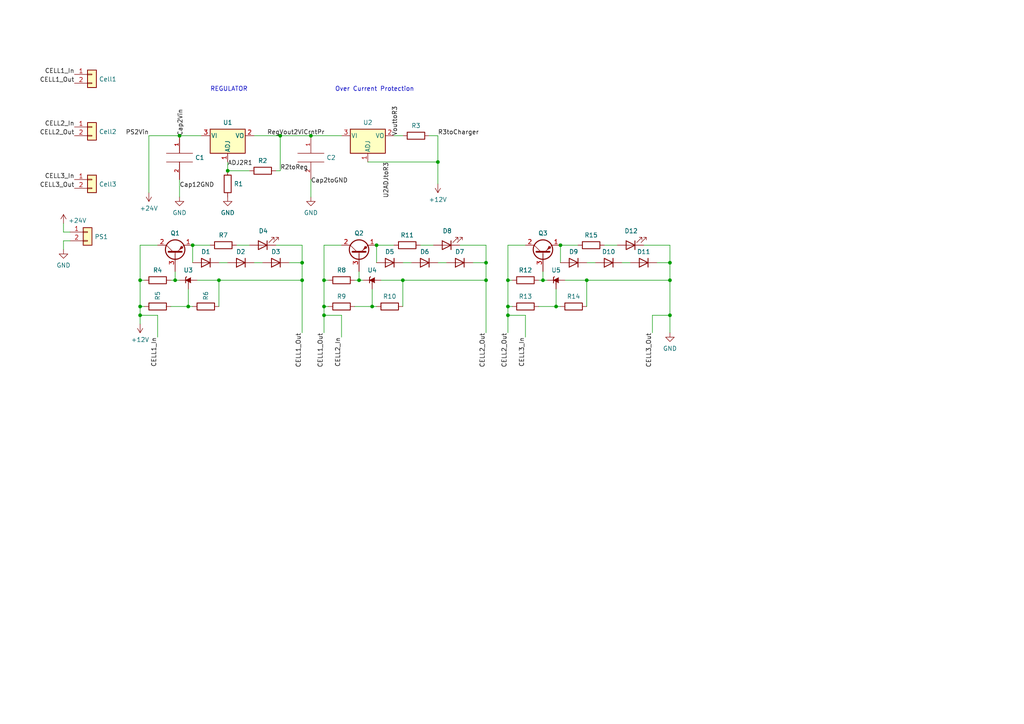
<source format=kicad_sch>
(kicad_sch (version 20211123) (generator eeschema)

  (uuid e9bb29b2-2bb9-4ea2-acd9-2bb3ca677a12)

  (paper "A4")

  (lib_symbols
    (symbol "Connector_Generic:Conn_01x02" (pin_names (offset 1.016) hide) (in_bom yes) (on_board yes)
      (property "Reference" "J" (id 0) (at 0 2.54 0)
        (effects (font (size 1.27 1.27)))
      )
      (property "Value" "Conn_01x02" (id 1) (at 0 -5.08 0)
        (effects (font (size 1.27 1.27)))
      )
      (property "Footprint" "" (id 2) (at 0 0 0)
        (effects (font (size 1.27 1.27)) hide)
      )
      (property "Datasheet" "~" (id 3) (at 0 0 0)
        (effects (font (size 1.27 1.27)) hide)
      )
      (property "ki_keywords" "connector" (id 4) (at 0 0 0)
        (effects (font (size 1.27 1.27)) hide)
      )
      (property "ki_description" "Generic connector, single row, 01x02, script generated (kicad-library-utils/schlib/autogen/connector/)" (id 5) (at 0 0 0)
        (effects (font (size 1.27 1.27)) hide)
      )
      (property "ki_fp_filters" "Connector*:*_1x??_*" (id 6) (at 0 0 0)
        (effects (font (size 1.27 1.27)) hide)
      )
      (symbol "Conn_01x02_1_1"
        (rectangle (start -1.27 -2.413) (end 0 -2.667)
          (stroke (width 0.1524) (type default) (color 0 0 0 0))
          (fill (type none))
        )
        (rectangle (start -1.27 0.127) (end 0 -0.127)
          (stroke (width 0.1524) (type default) (color 0 0 0 0))
          (fill (type none))
        )
        (rectangle (start -1.27 1.27) (end 1.27 -3.81)
          (stroke (width 0.254) (type default) (color 0 0 0 0))
          (fill (type background))
        )
        (pin passive line (at -5.08 0 0) (length 3.81)
          (name "Pin_1" (effects (font (size 1.27 1.27))))
          (number "1" (effects (font (size 1.27 1.27))))
        )
        (pin passive line (at -5.08 -2.54 0) (length 3.81)
          (name "Pin_2" (effects (font (size 1.27 1.27))))
          (number "2" (effects (font (size 1.27 1.27))))
        )
      )
    )
    (symbol "Device:LED" (pin_numbers hide) (pin_names (offset 1.016) hide) (in_bom yes) (on_board yes)
      (property "Reference" "D" (id 0) (at 0 2.54 0)
        (effects (font (size 1.27 1.27)))
      )
      (property "Value" "LED" (id 1) (at 0 -2.54 0)
        (effects (font (size 1.27 1.27)))
      )
      (property "Footprint" "" (id 2) (at 0 0 0)
        (effects (font (size 1.27 1.27)) hide)
      )
      (property "Datasheet" "~" (id 3) (at 0 0 0)
        (effects (font (size 1.27 1.27)) hide)
      )
      (property "ki_keywords" "LED diode" (id 4) (at 0 0 0)
        (effects (font (size 1.27 1.27)) hide)
      )
      (property "ki_description" "Light emitting diode" (id 5) (at 0 0 0)
        (effects (font (size 1.27 1.27)) hide)
      )
      (property "ki_fp_filters" "LED* LED_SMD:* LED_THT:*" (id 6) (at 0 0 0)
        (effects (font (size 1.27 1.27)) hide)
      )
      (symbol "LED_0_1"
        (polyline
          (pts
            (xy -1.27 -1.27)
            (xy -1.27 1.27)
          )
          (stroke (width 0.254) (type default) (color 0 0 0 0))
          (fill (type none))
        )
        (polyline
          (pts
            (xy -1.27 0)
            (xy 1.27 0)
          )
          (stroke (width 0) (type default) (color 0 0 0 0))
          (fill (type none))
        )
        (polyline
          (pts
            (xy 1.27 -1.27)
            (xy 1.27 1.27)
            (xy -1.27 0)
            (xy 1.27 -1.27)
          )
          (stroke (width 0.254) (type default) (color 0 0 0 0))
          (fill (type none))
        )
        (polyline
          (pts
            (xy -3.048 -0.762)
            (xy -4.572 -2.286)
            (xy -3.81 -2.286)
            (xy -4.572 -2.286)
            (xy -4.572 -1.524)
          )
          (stroke (width 0) (type default) (color 0 0 0 0))
          (fill (type none))
        )
        (polyline
          (pts
            (xy -1.778 -0.762)
            (xy -3.302 -2.286)
            (xy -2.54 -2.286)
            (xy -3.302 -2.286)
            (xy -3.302 -1.524)
          )
          (stroke (width 0) (type default) (color 0 0 0 0))
          (fill (type none))
        )
      )
      (symbol "LED_1_1"
        (pin passive line (at -3.81 0 0) (length 2.54)
          (name "K" (effects (font (size 1.27 1.27))))
          (number "1" (effects (font (size 1.27 1.27))))
        )
        (pin passive line (at 3.81 0 180) (length 2.54)
          (name "A" (effects (font (size 1.27 1.27))))
          (number "2" (effects (font (size 1.27 1.27))))
        )
      )
    )
    (symbol "Device:R" (pin_numbers hide) (pin_names (offset 0)) (in_bom yes) (on_board yes)
      (property "Reference" "R" (id 0) (at 2.032 0 90)
        (effects (font (size 1.27 1.27)))
      )
      (property "Value" "R" (id 1) (at 0 0 90)
        (effects (font (size 1.27 1.27)))
      )
      (property "Footprint" "" (id 2) (at -1.778 0 90)
        (effects (font (size 1.27 1.27)) hide)
      )
      (property "Datasheet" "~" (id 3) (at 0 0 0)
        (effects (font (size 1.27 1.27)) hide)
      )
      (property "ki_keywords" "R res resistor" (id 4) (at 0 0 0)
        (effects (font (size 1.27 1.27)) hide)
      )
      (property "ki_description" "Resistor" (id 5) (at 0 0 0)
        (effects (font (size 1.27 1.27)) hide)
      )
      (property "ki_fp_filters" "R_*" (id 6) (at 0 0 0)
        (effects (font (size 1.27 1.27)) hide)
      )
      (symbol "R_0_1"
        (rectangle (start -1.016 -2.54) (end 1.016 2.54)
          (stroke (width 0.254) (type default) (color 0 0 0 0))
          (fill (type none))
        )
      )
      (symbol "R_1_1"
        (pin passive line (at 0 3.81 270) (length 1.27)
          (name "~" (effects (font (size 1.27 1.27))))
          (number "1" (effects (font (size 1.27 1.27))))
        )
        (pin passive line (at 0 -3.81 90) (length 1.27)
          (name "~" (effects (font (size 1.27 1.27))))
          (number "2" (effects (font (size 1.27 1.27))))
        )
      )
    )
    (symbol "Diode:1N4007" (pin_numbers hide) (pin_names (offset 1.016) hide) (in_bom yes) (on_board yes)
      (property "Reference" "D" (id 0) (at 0 2.54 0)
        (effects (font (size 1.27 1.27)))
      )
      (property "Value" "1N4007" (id 1) (at 0 -2.54 0)
        (effects (font (size 1.27 1.27)))
      )
      (property "Footprint" "Diode_THT:D_DO-41_SOD81_P10.16mm_Horizontal" (id 2) (at 0 -4.445 0)
        (effects (font (size 1.27 1.27)) hide)
      )
      (property "Datasheet" "http://www.vishay.com/docs/88503/1n4001.pdf" (id 3) (at 0 0 0)
        (effects (font (size 1.27 1.27)) hide)
      )
      (property "ki_keywords" "diode" (id 4) (at 0 0 0)
        (effects (font (size 1.27 1.27)) hide)
      )
      (property "ki_description" "1000V 1A General Purpose Rectifier Diode, DO-41" (id 5) (at 0 0 0)
        (effects (font (size 1.27 1.27)) hide)
      )
      (property "ki_fp_filters" "D*DO?41*" (id 6) (at 0 0 0)
        (effects (font (size 1.27 1.27)) hide)
      )
      (symbol "1N4007_0_1"
        (polyline
          (pts
            (xy -1.27 1.27)
            (xy -1.27 -1.27)
          )
          (stroke (width 0.254) (type default) (color 0 0 0 0))
          (fill (type none))
        )
        (polyline
          (pts
            (xy 1.27 0)
            (xy -1.27 0)
          )
          (stroke (width 0) (type default) (color 0 0 0 0))
          (fill (type none))
        )
        (polyline
          (pts
            (xy 1.27 1.27)
            (xy 1.27 -1.27)
            (xy -1.27 0)
            (xy 1.27 1.27)
          )
          (stroke (width 0.254) (type default) (color 0 0 0 0))
          (fill (type none))
        )
      )
      (symbol "1N4007_1_1"
        (pin passive line (at -3.81 0 0) (length 2.54)
          (name "K" (effects (font (size 1.27 1.27))))
          (number "1" (effects (font (size 1.27 1.27))))
        )
        (pin passive line (at 3.81 0 180) (length 2.54)
          (name "A" (effects (font (size 1.27 1.27))))
          (number "2" (effects (font (size 1.27 1.27))))
        )
      )
    )
    (symbol "Reference_Voltage:TL431D" (pin_numbers hide) (pin_names hide) (in_bom yes) (on_board yes)
      (property "Reference" "U" (id 0) (at 0 -2.54 0)
        (effects (font (size 1.27 1.27)))
      )
      (property "Value" "TL431D" (id 1) (at 0 -4.445 0)
        (effects (font (size 1.27 1.27)))
      )
      (property "Footprint" "Package_SO:SOIC-8_3.9x4.9mm_P1.27mm" (id 2) (at 0 -6.35 0)
        (effects (font (size 1.27 1.27) italic) hide)
      )
      (property "Datasheet" "http://www.ti.com/lit/ds/symlink/tl431.pdf" (id 3) (at 0 0 0)
        (effects (font (size 1.27 1.27) italic) hide)
      )
      (property "ki_keywords" "diode device shunt regulator" (id 4) (at 0 0 0)
        (effects (font (size 1.27 1.27)) hide)
      )
      (property "ki_description" "Shunt Regulator, SO-8" (id 5) (at 0 0 0)
        (effects (font (size 1.27 1.27)) hide)
      )
      (property "ki_fp_filters" "SOIC?8*3.9x4.9mm*P1.27mm*" (id 6) (at 0 0 0)
        (effects (font (size 1.27 1.27)) hide)
      )
      (symbol "TL431D_0_1"
        (polyline
          (pts
            (xy -1.27 0)
            (xy 0 0)
            (xy 1.27 0)
          )
          (stroke (width 0) (type default) (color 0 0 0 0))
          (fill (type none))
        )
        (polyline
          (pts
            (xy -0.762 0.762)
            (xy 0.762 0)
            (xy -0.762 -0.762)
          )
          (stroke (width 0) (type default) (color 0 0 0 0))
          (fill (type outline))
        )
        (polyline
          (pts
            (xy 0.508 -1.016)
            (xy 0.762 -0.762)
            (xy 0.762 0.762)
            (xy 0.762 0.762)
          )
          (stroke (width 0.254) (type default) (color 0 0 0 0))
          (fill (type none))
        )
      )
      (symbol "TL431D_1_1"
        (polyline
          (pts
            (xy 0 1.27)
            (xy 0 0)
          )
          (stroke (width 0) (type default) (color 0 0 0 0))
          (fill (type none))
        )
        (pin passive line (at 2.54 0 180) (length 2.54)
          (name "K" (effects (font (size 1.27 1.27))))
          (number "1" (effects (font (size 1.27 1.27))))
        )
        (pin passive line (at -2.54 0 0) (length 2.54)
          (name "A" (effects (font (size 1.27 1.27))))
          (number "2" (effects (font (size 1.27 1.27))))
        )
        (pin passive line (at -2.54 0 0) (length 2.54) hide
          (name "A" (effects (font (size 1.27 1.27))))
          (number "3" (effects (font (size 1.27 1.27))))
        )
        (pin passive line (at -2.54 0 0) (length 2.54) hide
          (name "A" (effects (font (size 1.27 1.27))))
          (number "6" (effects (font (size 1.27 1.27))))
        )
        (pin passive line (at -2.54 0 0) (length 2.54) hide
          (name "A" (effects (font (size 1.27 1.27))))
          (number "7" (effects (font (size 1.27 1.27))))
        )
        (pin passive line (at 0 2.54 270) (length 2.54)
          (name "REF" (effects (font (size 1.27 1.27))))
          (number "8" (effects (font (size 1.27 1.27))))
        )
      )
    )
    (symbol "Regulator_Linear:LM317_3PinPackage" (pin_names (offset 0.254)) (in_bom yes) (on_board yes)
      (property "Reference" "U" (id 0) (at -3.81 3.175 0)
        (effects (font (size 1.27 1.27)))
      )
      (property "Value" "Regulator_Linear_LM317_3PinPackage" (id 1) (at 0 3.175 0)
        (effects (font (size 1.27 1.27)) (justify left))
      )
      (property "Footprint" "" (id 2) (at 0 6.35 0)
        (effects (font (size 1.27 1.27) italic) hide)
      )
      (property "Datasheet" "" (id 3) (at 0 0 0)
        (effects (font (size 1.27 1.27)) hide)
      )
      (property "ki_fp_filters" "SOT?223* SOT?89* TO?220* TO?252* TO?263*" (id 4) (at 0 0 0)
        (effects (font (size 1.27 1.27)) hide)
      )
      (symbol "LM317_3PinPackage_0_1"
        (rectangle (start -5.08 1.905) (end 5.08 -5.08)
          (stroke (width 0.254) (type default) (color 0 0 0 0))
          (fill (type background))
        )
      )
      (symbol "LM317_3PinPackage_1_1"
        (pin input line (at 0 -7.62 90) (length 2.54)
          (name "ADJ" (effects (font (size 1.27 1.27))))
          (number "1" (effects (font (size 1.27 1.27))))
        )
        (pin power_out line (at 7.62 0 180) (length 2.54)
          (name "VO" (effects (font (size 1.27 1.27))))
          (number "2" (effects (font (size 1.27 1.27))))
        )
        (pin power_in line (at -7.62 0 0) (length 2.54)
          (name "VI" (effects (font (size 1.27 1.27))))
          (number "3" (effects (font (size 1.27 1.27))))
        )
      )
    )
    (symbol "Transistor_BJT:BD140" (pin_names (offset 0) hide) (in_bom yes) (on_board yes)
      (property "Reference" "Q" (id 0) (at 5.08 1.905 0)
        (effects (font (size 1.27 1.27)) (justify left))
      )
      (property "Value" "BD140" (id 1) (at 5.08 0 0)
        (effects (font (size 1.27 1.27)) (justify left))
      )
      (property "Footprint" "Package_TO_SOT_THT:TO-126-3_Vertical" (id 2) (at 5.08 -1.905 0)
        (effects (font (size 1.27 1.27) italic) (justify left) hide)
      )
      (property "Datasheet" "http://www.st.com/internet/com/TECHNICAL_RESOURCES/TECHNICAL_LITERATURE/DATASHEET/CD00001225.pdf" (id 3) (at 0 0 0)
        (effects (font (size 1.27 1.27)) (justify left) hide)
      )
      (property "ki_keywords" "Low Voltage Transistor" (id 4) (at 0 0 0)
        (effects (font (size 1.27 1.27)) hide)
      )
      (property "ki_description" "1.5A Ic, 80V Vce, Low Voltage Transistor, TO-126" (id 5) (at 0 0 0)
        (effects (font (size 1.27 1.27)) hide)
      )
      (property "ki_fp_filters" "TO?126*" (id 6) (at 0 0 0)
        (effects (font (size 1.27 1.27)) hide)
      )
      (symbol "BD140_0_1"
        (polyline
          (pts
            (xy 0 0)
            (xy 0.635 0)
          )
          (stroke (width 0) (type default) (color 0 0 0 0))
          (fill (type none))
        )
        (polyline
          (pts
            (xy 2.54 -2.54)
            (xy 0.635 -0.635)
          )
          (stroke (width 0) (type default) (color 0 0 0 0))
          (fill (type none))
        )
        (polyline
          (pts
            (xy 2.54 2.54)
            (xy 0.635 0.635)
          )
          (stroke (width 0) (type default) (color 0 0 0 0))
          (fill (type none))
        )
        (polyline
          (pts
            (xy 0.635 1.905)
            (xy 0.635 -1.905)
            (xy 0.635 -1.905)
          )
          (stroke (width 0.508) (type default) (color 0 0 0 0))
          (fill (type outline))
        )
        (polyline
          (pts
            (xy 1.778 -2.286)
            (xy 2.286 -1.778)
            (xy 1.27 -1.27)
            (xy 1.778 -2.286)
            (xy 1.778 -2.286)
          )
          (stroke (width 0) (type default) (color 0 0 0 0))
          (fill (type outline))
        )
        (circle (center 1.27 0) (radius 2.8194)
          (stroke (width 0.3048) (type default) (color 0 0 0 0))
          (fill (type none))
        )
      )
      (symbol "BD140_1_1"
        (pin passive line (at 2.54 -5.08 90) (length 2.54)
          (name "E" (effects (font (size 1.27 1.27))))
          (number "1" (effects (font (size 1.27 1.27))))
        )
        (pin passive line (at 2.54 5.08 270) (length 2.54)
          (name "C" (effects (font (size 1.27 1.27))))
          (number "2" (effects (font (size 1.27 1.27))))
        )
        (pin input line (at -5.08 0 0) (length 5.08)
          (name "B" (effects (font (size 1.27 1.27))))
          (number "3" (effects (font (size 1.27 1.27))))
        )
      )
    )
    (symbol "power:+12V" (power) (pin_names (offset 0)) (in_bom yes) (on_board yes)
      (property "Reference" "#PWR" (id 0) (at 0 -3.81 0)
        (effects (font (size 1.27 1.27)) hide)
      )
      (property "Value" "+12V" (id 1) (at 0 3.556 0)
        (effects (font (size 1.27 1.27)))
      )
      (property "Footprint" "" (id 2) (at 0 0 0)
        (effects (font (size 1.27 1.27)) hide)
      )
      (property "Datasheet" "" (id 3) (at 0 0 0)
        (effects (font (size 1.27 1.27)) hide)
      )
      (property "ki_keywords" "power-flag" (id 4) (at 0 0 0)
        (effects (font (size 1.27 1.27)) hide)
      )
      (property "ki_description" "Power symbol creates a global label with name \"+12V\"" (id 5) (at 0 0 0)
        (effects (font (size 1.27 1.27)) hide)
      )
      (symbol "+12V_0_1"
        (polyline
          (pts
            (xy -0.762 1.27)
            (xy 0 2.54)
          )
          (stroke (width 0) (type default) (color 0 0 0 0))
          (fill (type none))
        )
        (polyline
          (pts
            (xy 0 0)
            (xy 0 2.54)
          )
          (stroke (width 0) (type default) (color 0 0 0 0))
          (fill (type none))
        )
        (polyline
          (pts
            (xy 0 2.54)
            (xy 0.762 1.27)
          )
          (stroke (width 0) (type default) (color 0 0 0 0))
          (fill (type none))
        )
      )
      (symbol "+12V_1_1"
        (pin power_in line (at 0 0 90) (length 0) hide
          (name "+12V" (effects (font (size 1.27 1.27))))
          (number "1" (effects (font (size 1.27 1.27))))
        )
      )
    )
    (symbol "power:+24V" (power) (pin_names (offset 0)) (in_bom yes) (on_board yes)
      (property "Reference" "#PWR" (id 0) (at 0 -3.81 0)
        (effects (font (size 1.27 1.27)) hide)
      )
      (property "Value" "+24V" (id 1) (at 0 3.556 0)
        (effects (font (size 1.27 1.27)))
      )
      (property "Footprint" "" (id 2) (at 0 0 0)
        (effects (font (size 1.27 1.27)) hide)
      )
      (property "Datasheet" "" (id 3) (at 0 0 0)
        (effects (font (size 1.27 1.27)) hide)
      )
      (property "ki_keywords" "power-flag" (id 4) (at 0 0 0)
        (effects (font (size 1.27 1.27)) hide)
      )
      (property "ki_description" "Power symbol creates a global label with name \"+24V\"" (id 5) (at 0 0 0)
        (effects (font (size 1.27 1.27)) hide)
      )
      (symbol "+24V_0_1"
        (polyline
          (pts
            (xy -0.762 1.27)
            (xy 0 2.54)
          )
          (stroke (width 0) (type default) (color 0 0 0 0))
          (fill (type none))
        )
        (polyline
          (pts
            (xy 0 0)
            (xy 0 2.54)
          )
          (stroke (width 0) (type default) (color 0 0 0 0))
          (fill (type none))
        )
        (polyline
          (pts
            (xy 0 2.54)
            (xy 0.762 1.27)
          )
          (stroke (width 0) (type default) (color 0 0 0 0))
          (fill (type none))
        )
      )
      (symbol "+24V_1_1"
        (pin power_in line (at 0 0 90) (length 0) hide
          (name "+24V" (effects (font (size 1.27 1.27))))
          (number "1" (effects (font (size 1.27 1.27))))
        )
      )
    )
    (symbol "power:GND" (power) (pin_names (offset 0)) (in_bom yes) (on_board yes)
      (property "Reference" "#PWR" (id 0) (at 0 -6.35 0)
        (effects (font (size 1.27 1.27)) hide)
      )
      (property "Value" "GND" (id 1) (at 0 -3.81 0)
        (effects (font (size 1.27 1.27)))
      )
      (property "Footprint" "" (id 2) (at 0 0 0)
        (effects (font (size 1.27 1.27)) hide)
      )
      (property "Datasheet" "" (id 3) (at 0 0 0)
        (effects (font (size 1.27 1.27)) hide)
      )
      (property "ki_keywords" "power-flag" (id 4) (at 0 0 0)
        (effects (font (size 1.27 1.27)) hide)
      )
      (property "ki_description" "Power symbol creates a global label with name \"GND\" , ground" (id 5) (at 0 0 0)
        (effects (font (size 1.27 1.27)) hide)
      )
      (symbol "GND_0_1"
        (polyline
          (pts
            (xy 0 0)
            (xy 0 -1.27)
            (xy 1.27 -1.27)
            (xy 0 -2.54)
            (xy -1.27 -1.27)
            (xy 0 -1.27)
          )
          (stroke (width 0) (type default) (color 0 0 0 0))
          (fill (type none))
        )
      )
      (symbol "GND_1_1"
        (pin power_in line (at 0 0 270) (length 0) hide
          (name "GND" (effects (font (size 1.27 1.27))))
          (number "1" (effects (font (size 1.27 1.27))))
        )
      )
    )
    (symbol "pspice:CAP" (pin_names (offset 0.254)) (in_bom yes) (on_board yes)
      (property "Reference" "C" (id 0) (at 2.54 3.81 90)
        (effects (font (size 1.27 1.27)))
      )
      (property "Value" "CAP" (id 1) (at 2.54 -3.81 90)
        (effects (font (size 1.27 1.27)))
      )
      (property "Footprint" "" (id 2) (at 0 0 0)
        (effects (font (size 1.27 1.27)) hide)
      )
      (property "Datasheet" "~" (id 3) (at 0 0 0)
        (effects (font (size 1.27 1.27)) hide)
      )
      (property "ki_keywords" "simulation" (id 4) (at 0 0 0)
        (effects (font (size 1.27 1.27)) hide)
      )
      (property "ki_description" "Capacitor symbol for simulation only" (id 5) (at 0 0 0)
        (effects (font (size 1.27 1.27)) hide)
      )
      (symbol "CAP_0_1"
        (polyline
          (pts
            (xy -3.81 -1.27)
            (xy 3.81 -1.27)
          )
          (stroke (width 0) (type default) (color 0 0 0 0))
          (fill (type none))
        )
        (polyline
          (pts
            (xy -3.81 1.27)
            (xy 3.81 1.27)
          )
          (stroke (width 0) (type default) (color 0 0 0 0))
          (fill (type none))
        )
      )
      (symbol "CAP_1_1"
        (pin passive line (at 0 6.35 270) (length 5.08)
          (name "~" (effects (font (size 1.016 1.016))))
          (number "1" (effects (font (size 1.016 1.016))))
        )
        (pin passive line (at 0 -6.35 90) (length 5.08)
          (name "~" (effects (font (size 1.016 1.016))))
          (number "2" (effects (font (size 1.016 1.016))))
        )
      )
    )
  )

  (junction (at 52.07 39.37) (diameter 0) (color 0 0 0 0)
    (uuid 0af60b38-b9fe-45f4-9bae-d229c2204529)
  )
  (junction (at 107.95 88.9) (diameter 0) (color 0 0 0 0)
    (uuid 0e1ed1c5-7428-4dc7-b76e-49b2d5f8177d)
  )
  (junction (at 116.84 81.28) (diameter 0) (color 0 0 0 0)
    (uuid 109caac1-5036-4f23-9a66-f569d871501b)
  )
  (junction (at 40.64 88.9) (diameter 0) (color 0 0 0 0)
    (uuid 16a9ae8c-3ad2-439b-8efe-377c994670c7)
  )
  (junction (at 87.63 76.2) (diameter 0) (color 0 0 0 0)
    (uuid 182b2d54-931d-49d6-9f39-60a752623e36)
  )
  (junction (at 104.14 81.28) (diameter 0) (color 0 0 0 0)
    (uuid 19b0959e-a79b-43b2-a5ad-525ced7e9131)
  )
  (junction (at 93.98 88.9) (diameter 0) (color 0 0 0 0)
    (uuid 20c315f4-1e4f-49aa-8d61-778a7389df7e)
  )
  (junction (at 147.32 91.44) (diameter 0) (color 0 0 0 0)
    (uuid 25e5aa8e-2696-44a3-8d3c-c2c53f2923cf)
  )
  (junction (at 161.29 88.9) (diameter 0) (color 0 0 0 0)
    (uuid 262f1ea9-0133-4b43-be36-456207ea857c)
  )
  (junction (at 157.48 81.28) (diameter 0) (color 0 0 0 0)
    (uuid 31540a7e-dc9e-4e4d-96b1-dab15efa5f4b)
  )
  (junction (at 93.98 91.44) (diameter 0) (color 0 0 0 0)
    (uuid 6b7c1048-12b6-46b2-b762-fa3ad30472dd)
  )
  (junction (at 55.88 71.12) (diameter 0) (color 0 0 0 0)
    (uuid 6d26d68f-1ca7-4ff3-b058-272f1c399047)
  )
  (junction (at 140.97 76.2) (diameter 0) (color 0 0 0 0)
    (uuid 6fd4442e-30b3-428b-9306-61418a63d311)
  )
  (junction (at 127 46.99) (diameter 0) (color 0 0 0 0)
    (uuid 730b670c-9bcf-4dcd-9a8d-fcaa61fb0955)
  )
  (junction (at 40.64 91.44) (diameter 0) (color 0 0 0 0)
    (uuid 789ca812-3e0c-4a3f-97bc-a916dd9bce80)
  )
  (junction (at 147.32 81.28) (diameter 0) (color 0 0 0 0)
    (uuid 7afa54c4-2181-41d3-81f7-39efc497ecae)
  )
  (junction (at 90.17 39.37) (diameter 0) (color 0 0 0 0)
    (uuid 7bbf981c-a063-4e30-8911-e4228e1c0743)
  )
  (junction (at 170.18 81.28) (diameter 0) (color 0 0 0 0)
    (uuid 8c1605f9-6c91-4701-96bf-e753661d5e23)
  )
  (junction (at 66.04 49.53) (diameter 0) (color 0 0 0 0)
    (uuid 922058ca-d09a-45fd-8394-05f3e2c1e03a)
  )
  (junction (at 162.56 71.12) (diameter 0) (color 0 0 0 0)
    (uuid 9cbf35b8-f4d3-42a3-bb16-04ffd03fd8fd)
  )
  (junction (at 93.98 81.28) (diameter 0) (color 0 0 0 0)
    (uuid a9b3f6e4-7a6d-4ae8-ad28-3d8458e0ca1a)
  )
  (junction (at 194.31 81.28) (diameter 0) (color 0 0 0 0)
    (uuid b6135480-ace6-42b2-9c47-856ef57cded1)
  )
  (junction (at 54.61 88.9) (diameter 0) (color 0 0 0 0)
    (uuid c43663ee-9a0d-4f27-a292-89ba89964065)
  )
  (junction (at 140.97 81.28) (diameter 0) (color 0 0 0 0)
    (uuid c76d4423-ef1b-4a6f-8176-33d65f2877bb)
  )
  (junction (at 109.22 71.12) (diameter 0) (color 0 0 0 0)
    (uuid c8029a4c-945d-42ca-871a-dd73ff50a1a3)
  )
  (junction (at 40.64 81.28) (diameter 0) (color 0 0 0 0)
    (uuid ca87f11b-5f48-4b57-8535-68d3ec2fe5a9)
  )
  (junction (at 81.28 39.37) (diameter 0) (color 0 0 0 0)
    (uuid d4a1d3c4-b315-4bec-9220-d12a9eab51e0)
  )
  (junction (at 194.31 76.2) (diameter 0) (color 0 0 0 0)
    (uuid dc2801a1-d539-4721-b31f-fe196b9f13df)
  )
  (junction (at 87.63 81.28) (diameter 0) (color 0 0 0 0)
    (uuid e5203297-b913-4288-a576-12a92185cb52)
  )
  (junction (at 147.32 88.9) (diameter 0) (color 0 0 0 0)
    (uuid e54e5e19-1deb-49a9-8629-617db8e434c0)
  )
  (junction (at 50.8 81.28) (diameter 0) (color 0 0 0 0)
    (uuid ec31c074-17b2-48e1-ab01-071acad3fa04)
  )
  (junction (at 63.5 81.28) (diameter 0) (color 0 0 0 0)
    (uuid f202141e-c20d-4cac-b016-06a44f2ecce8)
  )
  (junction (at 194.31 91.44) (diameter 0) (color 0 0 0 0)
    (uuid f9403623-c00c-4b71-bc5c-d763ff009386)
  )

  (wire (pts (xy 40.64 88.9) (xy 40.64 81.28))
    (stroke (width 0) (type default) (color 0 0 0 0))
    (uuid 01e9b6e7-adf9-4ee7-9447-a588630ee4a2)
  )
  (wire (pts (xy 194.31 81.28) (xy 194.31 76.2))
    (stroke (width 0) (type default) (color 0 0 0 0))
    (uuid 065b9982-55f2-4822-977e-07e8a06e7b35)
  )
  (wire (pts (xy 41.91 81.28) (xy 40.64 81.28))
    (stroke (width 0) (type default) (color 0 0 0 0))
    (uuid 0755aee5-bc01-4cb5-b830-583289df50a3)
  )
  (wire (pts (xy 52.07 52.07) (xy 52.07 57.15))
    (stroke (width 0) (type default) (color 0 0 0 0))
    (uuid 0c3dceba-7c95-4b3d-b590-0eb581444beb)
  )
  (wire (pts (xy 93.98 96.52) (xy 93.98 91.44))
    (stroke (width 0) (type default) (color 0 0 0 0))
    (uuid 0cc45b5b-96b3-4284-9cae-a3a9e324a916)
  )
  (wire (pts (xy 80.01 49.53) (xy 81.28 49.53))
    (stroke (width 0) (type default) (color 0 0 0 0))
    (uuid 0f54db53-a272-4955-88fb-d7ab00657bb0)
  )
  (wire (pts (xy 109.22 71.12) (xy 114.3 71.12))
    (stroke (width 0) (type default) (color 0 0 0 0))
    (uuid 101ef598-601d-400e-9ef6-d655fbb1dbfa)
  )
  (wire (pts (xy 55.88 71.12) (xy 55.88 76.2))
    (stroke (width 0) (type default) (color 0 0 0 0))
    (uuid 13c0ff76-ed71-4cd9-abb0-92c376825d5d)
  )
  (wire (pts (xy 107.95 88.9) (xy 109.22 88.9))
    (stroke (width 0) (type default) (color 0 0 0 0))
    (uuid 14c51520-6d91-4098-a59a-5121f2a898f7)
  )
  (wire (pts (xy 104.14 81.28) (xy 105.41 81.28))
    (stroke (width 0) (type default) (color 0 0 0 0))
    (uuid 15fe8f3d-6077-4e0e-81d0-8ec3f4538981)
  )
  (wire (pts (xy 114.3 39.37) (xy 116.84 39.37))
    (stroke (width 0) (type default) (color 0 0 0 0))
    (uuid 1d9cdadc-9036-4a95-b6db-fa7b3b74c869)
  )
  (wire (pts (xy 63.5 81.28) (xy 57.15 81.28))
    (stroke (width 0) (type default) (color 0 0 0 0))
    (uuid 1e8701fc-ad24-40ea-846a-e3db538d6077)
  )
  (wire (pts (xy 95.25 88.9) (xy 93.98 88.9))
    (stroke (width 0) (type default) (color 0 0 0 0))
    (uuid 240e5dac-6242-47a5-bbef-f76d11c715c0)
  )
  (wire (pts (xy 63.5 88.9) (xy 63.5 81.28))
    (stroke (width 0) (type default) (color 0 0 0 0))
    (uuid 25d545dc-8f50-4573-922c-35ef5a2a3a19)
  )
  (wire (pts (xy 116.84 81.28) (xy 140.97 81.28))
    (stroke (width 0) (type default) (color 0 0 0 0))
    (uuid 27d56953-c620-4d5b-9c1c-e48bc3d9684a)
  )
  (wire (pts (xy 116.84 88.9) (xy 116.84 81.28))
    (stroke (width 0) (type default) (color 0 0 0 0))
    (uuid 2d67a417-188f-4014-9282-000265d80009)
  )
  (wire (pts (xy 90.17 39.37) (xy 99.06 39.37))
    (stroke (width 0) (type default) (color 0 0 0 0))
    (uuid 2d6db888-4e40-41c8-b701-07170fc894bc)
  )
  (wire (pts (xy 137.16 76.2) (xy 140.97 76.2))
    (stroke (width 0) (type default) (color 0 0 0 0))
    (uuid 35a9f71f-ba35-47f6-814e-4106ac36c51e)
  )
  (wire (pts (xy 157.48 81.28) (xy 158.75 81.28))
    (stroke (width 0) (type default) (color 0 0 0 0))
    (uuid 37f31dec-63fc-4634-a141-5dc5d2b60fe4)
  )
  (wire (pts (xy 109.22 71.12) (xy 109.22 76.2))
    (stroke (width 0) (type default) (color 0 0 0 0))
    (uuid 3a52f112-cb97-43db-aaeb-20afe27664d7)
  )
  (wire (pts (xy 20.32 69.85) (xy 18.415 69.85))
    (stroke (width 0) (type default) (color 0 0 0 0))
    (uuid 3cba74fb-708d-4061-8b79-754b5fe8bdaa)
  )
  (wire (pts (xy 124.46 39.37) (xy 127 39.37))
    (stroke (width 0) (type default) (color 0 0 0 0))
    (uuid 3e903008-0276-4a73-8edb-5d9dfde6297c)
  )
  (wire (pts (xy 50.8 78.74) (xy 50.8 81.28))
    (stroke (width 0) (type default) (color 0 0 0 0))
    (uuid 4a21e717-d46d-4d9e-8b98-af4ecb02d3ec)
  )
  (wire (pts (xy 87.63 96.52) (xy 87.63 81.28))
    (stroke (width 0) (type default) (color 0 0 0 0))
    (uuid 4a850cb6-bb24-4274-a902-e49f34f0a0e3)
  )
  (wire (pts (xy 162.56 71.12) (xy 167.64 71.12))
    (stroke (width 0) (type default) (color 0 0 0 0))
    (uuid 4fa10683-33cd-4dcd-8acc-2415cd63c62a)
  )
  (wire (pts (xy 49.53 81.28) (xy 50.8 81.28))
    (stroke (width 0) (type default) (color 0 0 0 0))
    (uuid 4fb21471-41be-4be8-9687-66030f97befc)
  )
  (wire (pts (xy 148.59 88.9) (xy 147.32 88.9))
    (stroke (width 0) (type default) (color 0 0 0 0))
    (uuid 576c6616-e95d-4f1e-8ead-dea30fcdc8c2)
  )
  (wire (pts (xy 99.06 71.12) (xy 93.98 71.12))
    (stroke (width 0) (type default) (color 0 0 0 0))
    (uuid 57c0c267-8bf9-4cc7-b734-d71a239ac313)
  )
  (wire (pts (xy 162.56 71.12) (xy 162.56 76.2))
    (stroke (width 0) (type default) (color 0 0 0 0))
    (uuid 597a11f2-5d2c-4a65-ac95-38ad106e1367)
  )
  (wire (pts (xy 180.34 76.2) (xy 182.88 76.2))
    (stroke (width 0) (type default) (color 0 0 0 0))
    (uuid 59ec3156-036e-4049-89db-91a9dd07095f)
  )
  (wire (pts (xy 140.97 71.12) (xy 140.97 76.2))
    (stroke (width 0) (type default) (color 0 0 0 0))
    (uuid 5b34a16c-5a14-4291-8242-ea6d6ac54372)
  )
  (wire (pts (xy 170.18 81.28) (xy 163.83 81.28))
    (stroke (width 0) (type default) (color 0 0 0 0))
    (uuid 5edcefbe-9766-42c8-9529-28d0ec865573)
  )
  (wire (pts (xy 147.32 81.28) (xy 147.32 71.12))
    (stroke (width 0) (type default) (color 0 0 0 0))
    (uuid 609b9e1b-4e3b-42b7-ac76-a62ec4d0e7c7)
  )
  (wire (pts (xy 50.8 81.28) (xy 52.07 81.28))
    (stroke (width 0) (type default) (color 0 0 0 0))
    (uuid 60dcd1fe-7079-4cb8-b509-04558ccf5097)
  )
  (wire (pts (xy 127 46.99) (xy 127 39.37))
    (stroke (width 0) (type default) (color 0 0 0 0))
    (uuid 6475547d-3216-45a4-a15c-48314f1dd0f9)
  )
  (wire (pts (xy 18.415 67.31) (xy 18.415 64.77))
    (stroke (width 0) (type default) (color 0 0 0 0))
    (uuid 667e850d-6416-482b-9848-a86dc8da1cda)
  )
  (wire (pts (xy 121.92 71.12) (xy 125.73 71.12))
    (stroke (width 0) (type default) (color 0 0 0 0))
    (uuid 6781326c-6e0d-4753-8f28-0f5c687e01f9)
  )
  (wire (pts (xy 52.07 39.37) (xy 58.42 39.37))
    (stroke (width 0) (type default) (color 0 0 0 0))
    (uuid 6a4015d8-ef59-4a5b-ba16-34eb529960e5)
  )
  (wire (pts (xy 152.4 91.44) (xy 147.32 91.44))
    (stroke (width 0) (type default) (color 0 0 0 0))
    (uuid 6bf05d19-ba3e-4ba6-8a6f-4e0bc45ea3b2)
  )
  (wire (pts (xy 45.72 71.12) (xy 40.64 71.12))
    (stroke (width 0) (type default) (color 0 0 0 0))
    (uuid 6bfe5804-2ef9-4c65-b2a7-f01e4014370a)
  )
  (wire (pts (xy 189.23 96.52) (xy 189.23 91.44))
    (stroke (width 0) (type default) (color 0 0 0 0))
    (uuid 6d1d60ff-408a-47a7-892f-c5cf9ef6ca75)
  )
  (wire (pts (xy 80.01 71.12) (xy 87.63 71.12))
    (stroke (width 0) (type default) (color 0 0 0 0))
    (uuid 70e15522-1572-4451-9c0d-6d36ac70d8c6)
  )
  (wire (pts (xy 147.32 88.9) (xy 147.32 81.28))
    (stroke (width 0) (type default) (color 0 0 0 0))
    (uuid 70fb572d-d5ec-41e7-9482-63d4578b4f47)
  )
  (wire (pts (xy 170.18 88.9) (xy 170.18 81.28))
    (stroke (width 0) (type default) (color 0 0 0 0))
    (uuid 721d1be9-236e-470b-ba69-f1cc6c43faf9)
  )
  (wire (pts (xy 83.82 76.2) (xy 87.63 76.2))
    (stroke (width 0) (type default) (color 0 0 0 0))
    (uuid 7599133e-c681-4202-85d9-c20dac196c64)
  )
  (wire (pts (xy 106.68 46.99) (xy 127 46.99))
    (stroke (width 0) (type default) (color 0 0 0 0))
    (uuid 75ffc65c-7132-4411-9f2a-ae0c73d79338)
  )
  (wire (pts (xy 20.32 67.31) (xy 18.415 67.31))
    (stroke (width 0) (type default) (color 0 0 0 0))
    (uuid 766d7696-95fd-4d5c-88e2-3acab344b322)
  )
  (wire (pts (xy 40.64 93.98) (xy 40.64 91.44))
    (stroke (width 0) (type default) (color 0 0 0 0))
    (uuid 770ad51a-7219-4633-b24a-bd20feb0a6c5)
  )
  (wire (pts (xy 140.97 96.52) (xy 140.97 81.28))
    (stroke (width 0) (type default) (color 0 0 0 0))
    (uuid 79e31048-072a-4a40-a625-26bb0b5f046b)
  )
  (wire (pts (xy 93.98 81.28) (xy 93.98 71.12))
    (stroke (width 0) (type default) (color 0 0 0 0))
    (uuid 7a4ce4b3-518a-4819-b8b2-5127b3347c64)
  )
  (wire (pts (xy 40.64 81.28) (xy 40.64 71.12))
    (stroke (width 0) (type default) (color 0 0 0 0))
    (uuid 7d928d56-093a-4ca8-aed1-414b7e703b45)
  )
  (wire (pts (xy 66.04 46.99) (xy 66.04 49.53))
    (stroke (width 0) (type default) (color 0 0 0 0))
    (uuid 7dc880bc-e7eb-4cce-8d8c-0b65a9dd788e)
  )
  (wire (pts (xy 99.06 97.79) (xy 99.06 91.44))
    (stroke (width 0) (type default) (color 0 0 0 0))
    (uuid 7e0a03ae-d054-4f76-a131-5c09b8dc1636)
  )
  (wire (pts (xy 81.28 49.53) (xy 81.28 39.37))
    (stroke (width 0) (type default) (color 0 0 0 0))
    (uuid 80094b70-85ab-4ff6-934b-60d5ee65023a)
  )
  (wire (pts (xy 127 76.2) (xy 129.54 76.2))
    (stroke (width 0) (type default) (color 0 0 0 0))
    (uuid 8087f566-a94d-4bbc-985b-e49ee7762296)
  )
  (wire (pts (xy 73.66 76.2) (xy 76.2 76.2))
    (stroke (width 0) (type default) (color 0 0 0 0))
    (uuid 8412992d-8754-44de-9e08-115cec1a3eff)
  )
  (wire (pts (xy 116.84 81.28) (xy 110.49 81.28))
    (stroke (width 0) (type default) (color 0 0 0 0))
    (uuid 84e5506c-143e-495f-9aa4-d3a71622f213)
  )
  (wire (pts (xy 157.48 78.74) (xy 157.48 81.28))
    (stroke (width 0) (type default) (color 0 0 0 0))
    (uuid 88668202-3f0b-4d07-84d4-dcd790f57272)
  )
  (wire (pts (xy 156.21 88.9) (xy 161.29 88.9))
    (stroke (width 0) (type default) (color 0 0 0 0))
    (uuid 89e83c2e-e90a-4a50-b278-880bac0cfb49)
  )
  (wire (pts (xy 127 46.99) (xy 127 53.34))
    (stroke (width 0) (type default) (color 0 0 0 0))
    (uuid 8a650ebf-3f78-4ca4-a26b-a5028693e36d)
  )
  (wire (pts (xy 175.26 71.12) (xy 179.07 71.12))
    (stroke (width 0) (type default) (color 0 0 0 0))
    (uuid 8bc2c25a-a1f1-4ce8-b96a-a4f8f4c35079)
  )
  (wire (pts (xy 140.97 81.28) (xy 140.97 76.2))
    (stroke (width 0) (type default) (color 0 0 0 0))
    (uuid 8d0c1d66-35ef-4a53-a28f-436a11b54f42)
  )
  (wire (pts (xy 55.88 71.12) (xy 60.96 71.12))
    (stroke (width 0) (type default) (color 0 0 0 0))
    (uuid 911bdcbe-493f-4e21-a506-7cbc636e2c17)
  )
  (wire (pts (xy 93.98 91.44) (xy 93.98 88.9))
    (stroke (width 0) (type default) (color 0 0 0 0))
    (uuid 9193c41e-d425-447d-b95c-6986d66ea01c)
  )
  (wire (pts (xy 170.18 76.2) (xy 172.72 76.2))
    (stroke (width 0) (type default) (color 0 0 0 0))
    (uuid 926001fd-2747-4639-8c0f-4fc46ff7218d)
  )
  (wire (pts (xy 43.18 39.37) (xy 52.07 39.37))
    (stroke (width 0) (type default) (color 0 0 0 0))
    (uuid 94a873dc-af67-4ef9-8159-1f7c93eeb3d7)
  )
  (wire (pts (xy 43.18 39.37) (xy 43.18 55.88))
    (stroke (width 0) (type default) (color 0 0 0 0))
    (uuid 965308c8-e014-459a-b9db-b8493a601c62)
  )
  (wire (pts (xy 194.31 81.28) (xy 194.31 91.44))
    (stroke (width 0) (type default) (color 0 0 0 0))
    (uuid 970e0f64-111f-41e3-9f5a-fb0d0f6fa101)
  )
  (wire (pts (xy 72.39 49.53) (xy 66.04 49.53))
    (stroke (width 0) (type default) (color 0 0 0 0))
    (uuid 97fe9c60-586f-4895-8504-4d3729f5f81a)
  )
  (wire (pts (xy 95.25 81.28) (xy 93.98 81.28))
    (stroke (width 0) (type default) (color 0 0 0 0))
    (uuid 9b3c58a7-a9b9-4498-abc0-f9f43e4f0292)
  )
  (wire (pts (xy 18.415 69.85) (xy 18.415 72.39))
    (stroke (width 0) (type default) (color 0 0 0 0))
    (uuid 9cf23805-a536-4dcd-ada8-ac4177630485)
  )
  (wire (pts (xy 87.63 81.28) (xy 87.63 76.2))
    (stroke (width 0) (type default) (color 0 0 0 0))
    (uuid a17904b9-135e-4dae-ae20-401c7787de72)
  )
  (wire (pts (xy 147.32 91.44) (xy 147.32 88.9))
    (stroke (width 0) (type default) (color 0 0 0 0))
    (uuid a24ddb4f-c217-42ca-b6cb-d12da84fb2b9)
  )
  (wire (pts (xy 194.31 91.44) (xy 194.31 96.52))
    (stroke (width 0) (type default) (color 0 0 0 0))
    (uuid a53767ed-bb28-4f90-abe0-e0ea734812a4)
  )
  (wire (pts (xy 161.29 83.82) (xy 161.29 88.9))
    (stroke (width 0) (type default) (color 0 0 0 0))
    (uuid a5e521b9-814e-4853-a5ac-f158785c6269)
  )
  (wire (pts (xy 93.98 88.9) (xy 93.98 81.28))
    (stroke (width 0) (type default) (color 0 0 0 0))
    (uuid a6b7df29-bcf8-46a9-b623-7eaac47f5110)
  )
  (wire (pts (xy 170.18 81.28) (xy 194.31 81.28))
    (stroke (width 0) (type default) (color 0 0 0 0))
    (uuid a6ccc556-da88-4006-ae1a-cc35733efef3)
  )
  (wire (pts (xy 102.87 88.9) (xy 107.95 88.9))
    (stroke (width 0) (type default) (color 0 0 0 0))
    (uuid aa2ea573-3f20-43c1-aa99-1f9c6031a9aa)
  )
  (wire (pts (xy 90.17 52.07) (xy 90.17 57.15))
    (stroke (width 0) (type default) (color 0 0 0 0))
    (uuid abe07c9a-17c3-43b5-b7a6-ae867ac27ea7)
  )
  (wire (pts (xy 54.61 83.82) (xy 54.61 88.9))
    (stroke (width 0) (type default) (color 0 0 0 0))
    (uuid aca4de92-9c41-4c2b-9afa-540d02dafa1c)
  )
  (wire (pts (xy 186.69 71.12) (xy 194.31 71.12))
    (stroke (width 0) (type default) (color 0 0 0 0))
    (uuid b1ddb058-f7b2-429c-9489-f4e2242ad7e5)
  )
  (wire (pts (xy 147.32 91.44) (xy 147.32 96.52))
    (stroke (width 0) (type default) (color 0 0 0 0))
    (uuid b4300db7-1220-431a-b7c3-2edbdf8fa6fc)
  )
  (wire (pts (xy 152.4 97.79) (xy 152.4 91.44))
    (stroke (width 0) (type default) (color 0 0 0 0))
    (uuid b7867831-ef82-4f33-a926-59e5c1c09b91)
  )
  (wire (pts (xy 152.4 71.12) (xy 147.32 71.12))
    (stroke (width 0) (type default) (color 0 0 0 0))
    (uuid bd9595a1-04f3-4fda-8f1b-e65ad874edd3)
  )
  (wire (pts (xy 81.28 39.37) (xy 90.17 39.37))
    (stroke (width 0) (type default) (color 0 0 0 0))
    (uuid bfc0aadc-38cf-466e-a642-68fdc3138c78)
  )
  (wire (pts (xy 102.87 81.28) (xy 104.14 81.28))
    (stroke (width 0) (type default) (color 0 0 0 0))
    (uuid c094494a-f6f7-43fc-a007-4951484ddf3a)
  )
  (wire (pts (xy 156.21 81.28) (xy 157.48 81.28))
    (stroke (width 0) (type default) (color 0 0 0 0))
    (uuid c106154f-d948-43e5-abfa-e1b96055d91b)
  )
  (wire (pts (xy 161.29 88.9) (xy 162.56 88.9))
    (stroke (width 0) (type default) (color 0 0 0 0))
    (uuid c1c799a0-3c93-493a-9ad7-8a0561bc69ee)
  )
  (wire (pts (xy 148.59 81.28) (xy 147.32 81.28))
    (stroke (width 0) (type default) (color 0 0 0 0))
    (uuid c24d6ac8-802d-4df3-a210-9cb1f693e865)
  )
  (wire (pts (xy 133.35 71.12) (xy 140.97 71.12))
    (stroke (width 0) (type default) (color 0 0 0 0))
    (uuid c701ee8e-1214-4781-a973-17bef7b6e3eb)
  )
  (wire (pts (xy 54.61 88.9) (xy 55.88 88.9))
    (stroke (width 0) (type default) (color 0 0 0 0))
    (uuid c830e3bc-dc64-4f65-8f47-3b106bae2807)
  )
  (wire (pts (xy 63.5 81.28) (xy 87.63 81.28))
    (stroke (width 0) (type default) (color 0 0 0 0))
    (uuid cdfb07af-801b-44ba-8c30-d021a6ad3039)
  )
  (wire (pts (xy 68.58 71.12) (xy 72.39 71.12))
    (stroke (width 0) (type default) (color 0 0 0 0))
    (uuid d3d7e298-1d39-4294-a3ab-c84cc0dc5e5a)
  )
  (wire (pts (xy 73.66 39.37) (xy 81.28 39.37))
    (stroke (width 0) (type default) (color 0 0 0 0))
    (uuid d57dcfee-5058-4fc2-a68b-05f9a48f685b)
  )
  (wire (pts (xy 99.06 91.44) (xy 93.98 91.44))
    (stroke (width 0) (type default) (color 0 0 0 0))
    (uuid d6fb27cf-362d-4568-967c-a5bf49d5931b)
  )
  (wire (pts (xy 49.53 88.9) (xy 54.61 88.9))
    (stroke (width 0) (type default) (color 0 0 0 0))
    (uuid d7269d2a-b8c0-422d-8f25-f79ea31bf75e)
  )
  (wire (pts (xy 45.72 97.79) (xy 45.72 91.44))
    (stroke (width 0) (type default) (color 0 0 0 0))
    (uuid db36f6e3-e72a-487f-bda9-88cc84536f62)
  )
  (wire (pts (xy 87.63 71.12) (xy 87.63 76.2))
    (stroke (width 0) (type default) (color 0 0 0 0))
    (uuid dde51ae5-b215-445e-92bb-4a12ec410531)
  )
  (wire (pts (xy 104.14 78.74) (xy 104.14 81.28))
    (stroke (width 0) (type default) (color 0 0 0 0))
    (uuid e40e8cef-4fb0-4fc3-be09-3875b2cc8469)
  )
  (wire (pts (xy 189.23 91.44) (xy 194.31 91.44))
    (stroke (width 0) (type default) (color 0 0 0 0))
    (uuid e4aa537c-eb9d-4dbb-ac87-fae46af42391)
  )
  (wire (pts (xy 45.72 91.44) (xy 40.64 91.44))
    (stroke (width 0) (type default) (color 0 0 0 0))
    (uuid e4c6fdbb-fdc7-4ad4-a516-240d84cdc120)
  )
  (wire (pts (xy 40.64 91.44) (xy 40.64 88.9))
    (stroke (width 0) (type default) (color 0 0 0 0))
    (uuid e6b860cc-cb76-4220-acfb-68f1eb348bfa)
  )
  (wire (pts (xy 41.91 88.9) (xy 40.64 88.9))
    (stroke (width 0) (type default) (color 0 0 0 0))
    (uuid e8c50f1b-c316-4110-9cce-5c24c65a1eaa)
  )
  (wire (pts (xy 194.31 71.12) (xy 194.31 76.2))
    (stroke (width 0) (type default) (color 0 0 0 0))
    (uuid eee16674-2d21-45b6-ab5e-d669125df26c)
  )
  (wire (pts (xy 107.95 83.82) (xy 107.95 88.9))
    (stroke (width 0) (type default) (color 0 0 0 0))
    (uuid f40d350f-0d3e-4f8a-b004-d950f2f8f1ba)
  )
  (wire (pts (xy 190.5 76.2) (xy 194.31 76.2))
    (stroke (width 0) (type default) (color 0 0 0 0))
    (uuid f449bd37-cc90-4487-aee6-2a20b8d2843a)
  )
  (wire (pts (xy 116.84 76.2) (xy 119.38 76.2))
    (stroke (width 0) (type default) (color 0 0 0 0))
    (uuid f4eb0267-179f-46c9-b516-9bfb06bac1ba)
  )
  (wire (pts (xy 63.5 76.2) (xy 66.04 76.2))
    (stroke (width 0) (type default) (color 0 0 0 0))
    (uuid ffd175d1-912a-4224-be1e-a8198680f46b)
  )

  (text "Over Current Protection" (at 97.155 26.67 0)
    (effects (font (size 1.27 1.27)) (justify left bottom))
    (uuid 26d3f114-48f9-49af-be5e-f10bf05a5949)
  )
  (text "REGULATOR" (at 60.96 26.67 0)
    (effects (font (size 1.27 1.27)) (justify left bottom))
    (uuid fba4d0d7-82de-42d1-9baf-34a5a13bfae4)
  )

  (label "RegVout2ViCrntPr" (at 77.47 39.37 0)
    (effects (font (size 1.27 1.27)) (justify left bottom))
    (uuid 03c52831-5dc5-43c5-a442-8d23643b46fb)
  )
  (label "U2ADJtoR3" (at 113.03 46.99 270)
    (effects (font (size 1.27 1.27)) (justify right bottom))
    (uuid 0ae82096-0994-4fb0-9a2a-d4ac4804abac)
  )
  (label "Cap2toGND" (at 90.17 53.34 0)
    (effects (font (size 1.27 1.27)) (justify left bottom))
    (uuid 0fdc6f30-77bc-4e9b-8665-c8aa9acf5bf9)
  )
  (label "ADJ2R1" (at 66.04 48.26 0)
    (effects (font (size 1.27 1.27)) (justify left bottom))
    (uuid 1a1ab354-5f85-45f9-938c-9f6c4c8c3ea2)
  )
  (label "CELL1_Out" (at 87.63 96.52 270)
    (effects (font (size 1.27 1.27)) (justify right bottom))
    (uuid 3b5b6efe-7a1b-4a1f-bc74-58c501ab777f)
  )
  (label "CELL1_Out" (at 21.59 24.13 180)
    (effects (font (size 1.27 1.27)) (justify right bottom))
    (uuid 3b6d0bcf-ee71-4109-b240-e501b0c91f11)
  )
  (label "Cap2Vin" (at 53.34 39.37 90)
    (effects (font (size 1.27 1.27)) (justify left bottom))
    (uuid 3cd1bda0-18db-417d-b581-a0c50623df68)
  )
  (label "R2toReg" (at 81.28 49.53 0)
    (effects (font (size 1.27 1.27)) (justify left bottom))
    (uuid 4107d40a-e5df-4255-aacc-13f9928e090c)
  )
  (label "CELL3_Out" (at 21.59 54.61 180)
    (effects (font (size 1.27 1.27)) (justify right bottom))
    (uuid 52916b8f-df06-474b-b7c9-d50b2d3071c5)
  )
  (label "CELL3_Out" (at 189.23 96.52 270)
    (effects (font (size 1.27 1.27)) (justify right bottom))
    (uuid 5fe92920-c473-4c1e-852f-bf0d09ccf1da)
  )
  (label "CELL3_In" (at 21.59 52.07 180)
    (effects (font (size 1.27 1.27)) (justify right bottom))
    (uuid 69ab36ca-9ec1-49eb-ac7d-08fa8ff11485)
  )
  (label "CELL2_Out" (at 147.32 96.52 270)
    (effects (font (size 1.27 1.27)) (justify right bottom))
    (uuid 7789f407-b5f4-40de-ad53-4e29206049c3)
  )
  (label "R3toCharger" (at 127 39.37 0)
    (effects (font (size 1.27 1.27)) (justify left bottom))
    (uuid 8195a7cf-4576-44dd-9e0e-ee048fdb93dd)
  )
  (label "CELL2_Out" (at 21.59 39.37 180)
    (effects (font (size 1.27 1.27)) (justify right bottom))
    (uuid 9c2fabc4-8ac5-496b-acca-b03f5d650efe)
  )
  (label "CELL2_In" (at 99.06 97.79 270)
    (effects (font (size 1.27 1.27)) (justify right bottom))
    (uuid a1b8ecd4-d78f-4773-bee5-f7fefbd879be)
  )
  (label "CELL2_Out" (at 140.97 96.52 270)
    (effects (font (size 1.27 1.27)) (justify right bottom))
    (uuid a3c9ee78-e7b4-4d84-a02c-cea43b7cb78e)
  )
  (label "CELL1_In" (at 45.72 97.79 270)
    (effects (font (size 1.27 1.27)) (justify right bottom))
    (uuid a8a19ea4-b5db-4550-8a72-8d06abd9a79c)
  )
  (label "PS2Vin" (at 43.18 39.37 180)
    (effects (font (size 1.27 1.27)) (justify right bottom))
    (uuid aa14c3bd-4acc-4908-9d28-228585a22a9d)
  )
  (label "CELL2_In" (at 21.59 36.83 180)
    (effects (font (size 1.27 1.27)) (justify right bottom))
    (uuid afebc385-f5a2-4db3-a4c2-370068de9f7d)
  )
  (label "Cap12GND" (at 52.07 54.61 0)
    (effects (font (size 1.27 1.27)) (justify left bottom))
    (uuid b9bb0e73-161a-4d06-b6eb-a9f66d8a95f5)
  )
  (label "CELL1_Out" (at 93.98 96.52 270)
    (effects (font (size 1.27 1.27)) (justify right bottom))
    (uuid d22c4770-db40-4a36-b182-cb34c4a0657e)
  )
  (label "CELL1_In" (at 21.59 21.59 180)
    (effects (font (size 1.27 1.27)) (justify right bottom))
    (uuid dcb364f5-4f5e-4b8c-b1d1-44a2ec5c6e8c)
  )
  (label "VouttoR3" (at 115.57 39.37 90)
    (effects (font (size 1.27 1.27)) (justify left bottom))
    (uuid e0f06b5c-de63-4833-a591-ca9e19217a35)
  )
  (label "CELL3_In" (at 152.4 97.79 270)
    (effects (font (size 1.27 1.27)) (justify right bottom))
    (uuid f7d81b59-7d72-4bb9-ba30-d11081d9cdeb)
  )

  (symbol (lib_id "Connector_Generic:Conn_01x02") (at 26.67 21.59 0) (unit 1)
    (in_bom yes) (on_board yes)
    (uuid 00000000-0000-0000-0000-0000619e9daf)
    (property "Reference" "Cell1" (id 0) (at 28.702 22.9616 0)
      (effects (font (size 1.27 1.27)) (justify left))
    )
    (property "Value" "Conn_01x02" (id 1) (at 28.702 24.1046 0)
      (effects (font (size 1.27 1.27)) (justify left) hide)
    )
    (property "Footprint" "TerminalBlock:TerminalBlock_Altech_AK300-2_P5.00mm" (id 2) (at 26.67 21.59 0)
      (effects (font (size 1.27 1.27)) hide)
    )
    (property "Datasheet" "~" (id 3) (at 26.67 21.59 0)
      (effects (font (size 1.27 1.27)) hide)
    )
    (pin "1" (uuid d5525501-8bc0-43ee-89c1-ec4c38dafd46))
    (pin "2" (uuid dee3800d-ec57-45fc-aaf9-ce39fbf2f1ed))
  )

  (symbol (lib_id "Device:R") (at 120.65 39.37 270) (unit 1)
    (in_bom yes) (on_board yes)
    (uuid 00000000-0000-0000-0000-0000619eca4a)
    (property "Reference" "R3" (id 0) (at 120.65 36.449 90))
    (property "Value" "2 Ω" (id 1) (at 120.65 36.4236 90)
      (effects (font (size 1.27 1.27)) hide)
    )
    (property "Footprint" "Resistor_SMD:R_0805_2012Metric" (id 2) (at 120.65 37.592 90)
      (effects (font (size 1.27 1.27)) hide)
    )
    (property "Datasheet" "~" (id 3) (at 120.65 39.37 0)
      (effects (font (size 1.27 1.27)) hide)
    )
    (pin "1" (uuid b25c698f-a646-4d1c-a017-f659c4981c22))
    (pin "2" (uuid 2aa1bf3f-14c0-46e8-b8a3-175aee92fd1e))
  )

  (symbol (lib_id "Reference_Voltage:TL431D") (at 54.61 81.28 180) (unit 1)
    (in_bom yes) (on_board yes)
    (uuid 00000000-0000-0000-0000-0000619efa4e)
    (property "Reference" "U3" (id 0) (at 54.61 78.359 0))
    (property "Value" "TL431D" (id 1) (at 54.61 78.3336 0)
      (effects (font (size 1.27 1.27)) hide)
    )
    (property "Footprint" "Sensor_Current:Allegro_SIP-3" (id 2) (at 54.61 74.93 0)
      (effects (font (size 1.27 1.27) italic) hide)
    )
    (property "Datasheet" "http://www.ti.com/lit/ds/symlink/tl431.pdf" (id 3) (at 54.61 81.28 0)
      (effects (font (size 1.27 1.27) italic) hide)
    )
    (pin "1" (uuid 3e33be49-d83e-44d3-9a32-09852fe6a284))
    (pin "2" (uuid 0533ed9f-3723-4c5d-ad4e-95dafd6bdc94))
    (pin "3" (uuid 5fd6797c-70d3-42ab-8604-05998082ca5e))
    (pin "6" (uuid 4e0a4852-e27f-41f1-a7e6-a7232f69c65c))
    (pin "7" (uuid 76cf788f-4c6d-4f66-80ee-eb61445ab5f8))
    (pin "8" (uuid 31b13fb6-53f2-4395-b4a4-5d2734c8d6aa))
  )

  (symbol (lib_id "Connector_Generic:Conn_01x02") (at 26.67 36.83 0) (unit 1)
    (in_bom yes) (on_board yes)
    (uuid 00000000-0000-0000-0000-0000619f02b7)
    (property "Reference" "Cell2" (id 0) (at 28.702 38.2016 0)
      (effects (font (size 1.27 1.27)) (justify left))
    )
    (property "Value" "Conn_01x02" (id 1) (at 28.702 39.3446 0)
      (effects (font (size 1.27 1.27)) (justify left) hide)
    )
    (property "Footprint" "TerminalBlock:TerminalBlock_Altech_AK300-2_P5.00mm" (id 2) (at 26.67 36.83 0)
      (effects (font (size 1.27 1.27)) hide)
    )
    (property "Datasheet" "~" (id 3) (at 26.67 36.83 0)
      (effects (font (size 1.27 1.27)) hide)
    )
    (pin "1" (uuid 5abb4954-c10f-426a-9341-33884928ed91))
    (pin "2" (uuid f412468e-a434-48a2-bdb0-4f199e1f564f))
  )

  (symbol (lib_id "Connector_Generic:Conn_01x02") (at 26.67 52.07 0) (unit 1)
    (in_bom yes) (on_board yes)
    (uuid 00000000-0000-0000-0000-0000619f0b74)
    (property "Reference" "Cell3" (id 0) (at 28.702 53.4416 0)
      (effects (font (size 1.27 1.27)) (justify left))
    )
    (property "Value" "Conn_01x02" (id 1) (at 28.702 54.5846 0)
      (effects (font (size 1.27 1.27)) (justify left) hide)
    )
    (property "Footprint" "TerminalBlock:TerminalBlock_Altech_AK300-2_P5.00mm" (id 2) (at 26.67 52.07 0)
      (effects (font (size 1.27 1.27)) hide)
    )
    (property "Datasheet" "~" (id 3) (at 26.67 52.07 0)
      (effects (font (size 1.27 1.27)) hide)
    )
    (pin "1" (uuid cdef8844-0856-4f97-92ad-fc793f801276))
    (pin "2" (uuid bdf119da-753d-4d37-93a3-cd761d7a0b83))
  )

  (symbol (lib_id "Connector_Generic:Conn_01x02") (at 25.4 67.31 0) (unit 1)
    (in_bom yes) (on_board yes)
    (uuid 00000000-0000-0000-0000-0000619f14bb)
    (property "Reference" "PS1" (id 0) (at 27.432 68.6816 0)
      (effects (font (size 1.27 1.27)) (justify left))
    )
    (property "Value" "Conn_01x02" (id 1) (at 27.432 69.8246 0)
      (effects (font (size 1.27 1.27)) (justify left) hide)
    )
    (property "Footprint" "TerminalBlock:TerminalBlock_Altech_AK300-2_P5.00mm" (id 2) (at 25.4 67.31 0)
      (effects (font (size 1.27 1.27)) hide)
    )
    (property "Datasheet" "~" (id 3) (at 25.4 67.31 0)
      (effects (font (size 1.27 1.27)) hide)
    )
    (pin "1" (uuid 3312e4cf-565c-450e-8855-76be09ddd531))
    (pin "2" (uuid cc3b15b5-9921-478c-9b62-a3bf04176816))
  )

  (symbol (lib_id "Device:R") (at 45.72 81.28 270) (unit 1)
    (in_bom yes) (on_board yes)
    (uuid 00000000-0000-0000-0000-0000619f29c3)
    (property "Reference" "R4" (id 0) (at 45.72 78.359 90))
    (property "Value" "1k Ω" (id 1) (at 45.72 78.3336 90)
      (effects (font (size 1.27 1.27)) hide)
    )
    (property "Footprint" "Resistor_SMD:R_0805_2012Metric" (id 2) (at 45.72 79.502 90)
      (effects (font (size 1.27 1.27)) hide)
    )
    (property "Datasheet" "~" (id 3) (at 45.72 81.28 0)
      (effects (font (size 1.27 1.27)) hide)
    )
    (pin "1" (uuid 19f6f1ab-4da4-4f2d-9825-e4b34baa83b4))
    (pin "2" (uuid 06394e7e-97b5-4b67-84f1-400a985fff2b))
  )

  (symbol (lib_id "Transistor_BJT:BD140") (at 50.8 73.66 90) (unit 1)
    (in_bom yes) (on_board yes)
    (uuid 00000000-0000-0000-0000-0000619f3984)
    (property "Reference" "Q1" (id 0) (at 50.8 67.6402 90))
    (property "Value" "BD140" (id 1) (at 50.8 67.6148 90)
      (effects (font (size 1.27 1.27)) hide)
    )
    (property "Footprint" "Package_TO_SOT_THT:TO-126-3_Vertical" (id 2) (at 52.705 68.58 0)
      (effects (font (size 1.27 1.27) italic) (justify left) hide)
    )
    (property "Datasheet" "http://www.st.com/internet/com/TECHNICAL_RESOURCES/TECHNICAL_LITERATURE/DATASHEET/CD00001225.pdf" (id 3) (at 50.8 73.66 0)
      (effects (font (size 1.27 1.27)) (justify left) hide)
    )
    (pin "1" (uuid 2d534433-3ca7-448a-9c23-bfc69158652c))
    (pin "2" (uuid 95b40bbc-53d0-4e8f-bb6e-895184d69e88))
    (pin "3" (uuid c2014ca4-e9ba-4ce7-a84d-7c895375b187))
  )

  (symbol (lib_id "Device:R") (at 45.72 88.9 90) (unit 1)
    (in_bom yes) (on_board yes)
    (uuid 00000000-0000-0000-0000-000061a084ec)
    (property "Reference" "R5" (id 0) (at 45.72 87.122 0)
      (effects (font (size 1.27 1.27)) (justify left))
    )
    (property "Value" "20.4k Ω" (id 1) (at 46.863 87.122 0)
      (effects (font (size 1.27 1.27)) (justify left) hide)
    )
    (property "Footprint" "Resistor_SMD:R_0805_2012Metric" (id 2) (at 45.72 90.678 90)
      (effects (font (size 1.27 1.27)) hide)
    )
    (property "Datasheet" "~" (id 3) (at 45.72 88.9 0)
      (effects (font (size 1.27 1.27)) hide)
    )
    (pin "1" (uuid ad1fb85b-cc70-4983-9137-d4e2478b958f))
    (pin "2" (uuid b02557d2-54c7-4c71-bd51-17e59b343678))
  )

  (symbol (lib_id "Device:R") (at 59.69 88.9 90) (unit 1)
    (in_bom yes) (on_board yes)
    (uuid 00000000-0000-0000-0000-000061a09245)
    (property "Reference" "R6" (id 0) (at 59.69 87.122 0)
      (effects (font (size 1.27 1.27)) (justify left))
    )
    (property "Value" "30k Ω" (id 1) (at 60.833 87.122 0)
      (effects (font (size 1.27 1.27)) (justify left) hide)
    )
    (property "Footprint" "Resistor_SMD:R_0805_2012Metric" (id 2) (at 59.69 90.678 90)
      (effects (font (size 1.27 1.27)) hide)
    )
    (property "Datasheet" "~" (id 3) (at 59.69 88.9 0)
      (effects (font (size 1.27 1.27)) hide)
    )
    (pin "1" (uuid 77c6ce96-5fe5-489f-9fe6-aa6837fc7bf7))
    (pin "2" (uuid 5108a850-5478-4af0-b258-0c339a1fa2d8))
  )

  (symbol (lib_id "pspice:CAP") (at 52.07 45.72 0) (unit 1)
    (in_bom yes) (on_board yes)
    (uuid 00000000-0000-0000-0000-000061a0c499)
    (property "Reference" "C1" (id 0) (at 56.5912 45.72 0)
      (effects (font (size 1.27 1.27)) (justify left))
    )
    (property "Value" "100uF" (id 1) (at 56.5912 46.863 0)
      (effects (font (size 1.27 1.27)) (justify left) hide)
    )
    (property "Footprint" "Capacitor_SMD:C_0603_1608Metric" (id 2) (at 52.07 45.72 0)
      (effects (font (size 1.27 1.27)) hide)
    )
    (property "Datasheet" "~" (id 3) (at 52.07 45.72 0)
      (effects (font (size 1.27 1.27)) hide)
    )
    (pin "1" (uuid a00878f2-8d2f-4913-a444-67c62f967c26))
    (pin "2" (uuid 16176b8e-8270-4fa5-87f5-a030a5ab1f7f))
  )

  (symbol (lib_id "pspice:CAP") (at 90.17 45.72 0) (unit 1)
    (in_bom yes) (on_board yes)
    (uuid 00000000-0000-0000-0000-000061a0daf9)
    (property "Reference" "C2" (id 0) (at 94.6912 45.72 0)
      (effects (font (size 1.27 1.27)) (justify left))
    )
    (property "Value" "100uF" (id 1) (at 94.6912 46.863 0)
      (effects (font (size 1.27 1.27)) (justify left) hide)
    )
    (property "Footprint" "Capacitor_SMD:C_0603_1608Metric" (id 2) (at 90.17 45.72 0)
      (effects (font (size 1.27 1.27)) hide)
    )
    (property "Datasheet" "~" (id 3) (at 90.17 45.72 0)
      (effects (font (size 1.27 1.27)) hide)
    )
    (pin "1" (uuid d8052505-ae58-4808-a8b7-2d1d71be0daf))
    (pin "2" (uuid 555d54e6-cfd6-43b7-a680-c1a7905b9a20))
  )

  (symbol (lib_id "Regulator_Linear:LM317_3PinPackage") (at 66.04 39.37 0) (unit 1)
    (in_bom yes) (on_board yes)
    (uuid 00000000-0000-0000-0000-000061a0f63d)
    (property "Reference" "U1" (id 0) (at 66.04 35.5346 0))
    (property "Value" "LM317" (id 1) (at 66.04 35.5346 0)
      (effects (font (size 1.27 1.27)) hide)
    )
    (property "Footprint" "Sensor_Current:Diodes_SIP-3_4.1x1.5mm_P2.65mm" (id 2) (at 66.04 33.02 0)
      (effects (font (size 1.27 1.27) italic) hide)
    )
    (property "Datasheet" "http://www.ti.com/lit/ds/symlink/lm317.pdf" (id 3) (at 66.04 39.37 0)
      (effects (font (size 1.27 1.27)) hide)
    )
    (pin "1" (uuid 51a01813-f590-4df4-ab37-e85a4999e3f5))
    (pin "2" (uuid 9c4f3689-4ec8-44d4-9ca8-3cfb62a6f4e1))
    (pin "3" (uuid c241158c-98fa-423a-a8ac-27c48f077efe))
  )

  (symbol (lib_id "Device:R") (at 66.04 53.34 0) (unit 1)
    (in_bom yes) (on_board yes)
    (uuid 00000000-0000-0000-0000-000061a13020)
    (property "Reference" "R1" (id 0) (at 67.818 53.34 0)
      (effects (font (size 1.27 1.27)) (justify left))
    )
    (property "Value" "4.7k Ω" (id 1) (at 67.818 54.483 0)
      (effects (font (size 1.27 1.27)) (justify left) hide)
    )
    (property "Footprint" "Resistor_SMD:R_0805_2012Metric" (id 2) (at 64.262 53.34 90)
      (effects (font (size 1.27 1.27)) hide)
    )
    (property "Datasheet" "~" (id 3) (at 66.04 53.34 0)
      (effects (font (size 1.27 1.27)) hide)
    )
    (pin "1" (uuid 35435263-97aa-45f7-b66c-f6bcd1b71107))
    (pin "2" (uuid 12d2175f-4665-4ad4-a599-5e6dec5c5652))
  )

  (symbol (lib_id "Device:R") (at 76.2 49.53 270) (unit 1)
    (in_bom yes) (on_board yes)
    (uuid 00000000-0000-0000-0000-000061a15950)
    (property "Reference" "R2" (id 0) (at 76.2 46.609 90))
    (property "Value" "517 Ω" (id 1) (at 76.2 46.5836 90)
      (effects (font (size 1.27 1.27)) hide)
    )
    (property "Footprint" "Resistor_SMD:R_0805_2012Metric" (id 2) (at 76.2 47.752 90)
      (effects (font (size 1.27 1.27)) hide)
    )
    (property "Datasheet" "~" (id 3) (at 76.2 49.53 0)
      (effects (font (size 1.27 1.27)) hide)
    )
    (pin "1" (uuid 77fd4a7c-ef82-4afc-99ba-5f531ccd8dc0))
    (pin "2" (uuid 6a309cf7-3002-4ea5-9f5a-1b9adab74d36))
  )

  (symbol (lib_id "Diode:1N4007") (at 59.69 76.2 180) (unit 1)
    (in_bom yes) (on_board yes)
    (uuid 00000000-0000-0000-0000-000061a16c46)
    (property "Reference" "D1" (id 0) (at 59.69 73.025 0))
    (property "Value" "1N4007" (id 1) (at 59.69 72.9996 0)
      (effects (font (size 1.27 1.27)) hide)
    )
    (property "Footprint" "Diode_THT:D_DO-41_SOD81_P10.16mm_Horizontal" (id 2) (at 59.69 71.755 0)
      (effects (font (size 1.27 1.27)) hide)
    )
    (property "Datasheet" "http://www.vishay.com/docs/88503/1n4001.pdf" (id 3) (at 59.69 76.2 0)
      (effects (font (size 1.27 1.27)) hide)
    )
    (pin "1" (uuid 50fd7b79-dd2a-41bc-9160-3763b3802de7))
    (pin "2" (uuid f5c4d0bb-30d4-4f83-87c6-2b746d48ffa9))
  )

  (symbol (lib_id "Regulator_Linear:LM317_3PinPackage") (at 106.68 39.37 0) (unit 1)
    (in_bom yes) (on_board yes)
    (uuid 00000000-0000-0000-0000-000061a17157)
    (property "Reference" "U2" (id 0) (at 106.68 35.5346 0))
    (property "Value" "LM317" (id 1) (at 106.68 35.5346 0)
      (effects (font (size 1.27 1.27)) hide)
    )
    (property "Footprint" "Sensor_Current:Diodes_SIP-3_4.1x1.5mm_P2.65mm" (id 2) (at 106.68 33.02 0)
      (effects (font (size 1.27 1.27) italic) hide)
    )
    (property "Datasheet" "http://www.ti.com/lit/ds/symlink/lm317.pdf" (id 3) (at 106.68 39.37 0)
      (effects (font (size 1.27 1.27)) hide)
    )
    (pin "1" (uuid 52ba3d3b-dc35-44f3-96c7-86377fd9995e))
    (pin "2" (uuid c7f7675e-329b-45c2-96cd-3e10b6e47a13))
    (pin "3" (uuid 578d0165-6a1c-42c8-98c6-312dbc98008e))
  )

  (symbol (lib_id "Diode:1N4007") (at 69.85 76.2 180) (unit 1)
    (in_bom yes) (on_board yes)
    (uuid 00000000-0000-0000-0000-000061a1b669)
    (property "Reference" "D2" (id 0) (at 69.85 73.025 0))
    (property "Value" "1N4007" (id 1) (at 69.85 72.9996 0)
      (effects (font (size 1.27 1.27)) hide)
    )
    (property "Footprint" "Diode_THT:D_DO-41_SOD81_P10.16mm_Horizontal" (id 2) (at 69.85 71.755 0)
      (effects (font (size 1.27 1.27)) hide)
    )
    (property "Datasheet" "http://www.vishay.com/docs/88503/1n4001.pdf" (id 3) (at 69.85 76.2 0)
      (effects (font (size 1.27 1.27)) hide)
    )
    (pin "1" (uuid b63785a9-93d4-4ad4-85c9-04995b56c831))
    (pin "2" (uuid 304a0798-3f42-4a75-a493-6a4c554492c0))
  )

  (symbol (lib_id "Diode:1N4007") (at 80.01 76.2 180) (unit 1)
    (in_bom yes) (on_board yes)
    (uuid 00000000-0000-0000-0000-000061a1c018)
    (property "Reference" "D3" (id 0) (at 80.01 73.025 0))
    (property "Value" "1N4007" (id 1) (at 80.01 72.9996 0)
      (effects (font (size 1.27 1.27)) hide)
    )
    (property "Footprint" "Diode_THT:D_DO-41_SOD81_P10.16mm_Horizontal" (id 2) (at 80.01 71.755 0)
      (effects (font (size 1.27 1.27)) hide)
    )
    (property "Datasheet" "http://www.vishay.com/docs/88503/1n4001.pdf" (id 3) (at 80.01 76.2 0)
      (effects (font (size 1.27 1.27)) hide)
    )
    (pin "1" (uuid 7abfe62e-389c-4d74-8db6-00007caca8d4))
    (pin "2" (uuid fc7f8361-0d43-4cb3-badc-c5775e1bff78))
  )

  (symbol (lib_id "Device:LED") (at 76.2 71.12 180) (unit 1)
    (in_bom yes) (on_board yes)
    (uuid 00000000-0000-0000-0000-000061a20ffa)
    (property "Reference" "D4" (id 0) (at 76.3778 66.9798 0))
    (property "Value" "LED GRN" (id 1) (at 76.3778 66.9544 0)
      (effects (font (size 1.27 1.27)) hide)
    )
    (property "Footprint" "LED_SMD:LED_0805_2012Metric" (id 2) (at 76.2 71.12 0)
      (effects (font (size 1.27 1.27)) hide)
    )
    (property "Datasheet" "~" (id 3) (at 76.2 71.12 0)
      (effects (font (size 1.27 1.27)) hide)
    )
    (pin "1" (uuid c6192ce0-f3a1-42a4-bb6e-d4cf9b3ca779))
    (pin "2" (uuid 42b3562b-1d65-43f9-95cc-be7a965d6e0d))
  )

  (symbol (lib_id "Device:R") (at 64.77 71.12 270) (unit 1)
    (in_bom yes) (on_board yes)
    (uuid 00000000-0000-0000-0000-000061a33488)
    (property "Reference" "R7" (id 0) (at 64.77 68.199 90))
    (property "Value" "330 Ω" (id 1) (at 64.77 68.1736 90)
      (effects (font (size 1.27 1.27)) hide)
    )
    (property "Footprint" "Resistor_SMD:R_0805_2012Metric" (id 2) (at 64.77 69.342 90)
      (effects (font (size 1.27 1.27)) hide)
    )
    (property "Datasheet" "~" (id 3) (at 64.77 71.12 0)
      (effects (font (size 1.27 1.27)) hide)
    )
    (pin "1" (uuid 779a694e-7da6-4a21-b5eb-83d9a87bedcf))
    (pin "2" (uuid 288f4bf7-4900-400d-a3ae-f504606fc5c0))
  )

  (symbol (lib_id "Reference_Voltage:TL431D") (at 107.95 81.28 180) (unit 1)
    (in_bom yes) (on_board yes)
    (uuid 00000000-0000-0000-0000-000061a79aec)
    (property "Reference" "U4" (id 0) (at 107.95 78.359 0))
    (property "Value" "TL431D" (id 1) (at 107.95 78.3336 0)
      (effects (font (size 1.27 1.27)) hide)
    )
    (property "Footprint" "Sensor_Current:Allegro_SIP-3" (id 2) (at 107.95 74.93 0)
      (effects (font (size 1.27 1.27) italic) hide)
    )
    (property "Datasheet" "http://www.ti.com/lit/ds/symlink/tl431.pdf" (id 3) (at 107.95 81.28 0)
      (effects (font (size 1.27 1.27) italic) hide)
    )
    (pin "1" (uuid 18eadeb9-4616-472d-974a-54e6f6de378c))
    (pin "2" (uuid 2c593628-1957-41b2-bb9e-6194d23aa442))
    (pin "3" (uuid 9f6cf7a0-26a5-4117-bab0-adc5d93b2d6f))
    (pin "6" (uuid 0500234b-8955-41bd-86d9-11f52115ebd0))
    (pin "7" (uuid 9e98b482-5a3b-4660-b564-463a90944ca8))
    (pin "8" (uuid 9b57c46d-2171-401c-bd76-6e95fe64cb2d))
  )

  (symbol (lib_id "Device:R") (at 99.06 81.28 270) (unit 1)
    (in_bom yes) (on_board yes)
    (uuid 00000000-0000-0000-0000-000061a79b10)
    (property "Reference" "R8" (id 0) (at 99.06 78.359 90))
    (property "Value" "1k Ω" (id 1) (at 99.06 78.3336 90)
      (effects (font (size 1.27 1.27)) hide)
    )
    (property "Footprint" "Resistor_SMD:R_0805_2012Metric" (id 2) (at 99.06 79.502 90)
      (effects (font (size 1.27 1.27)) hide)
    )
    (property "Datasheet" "~" (id 3) (at 99.06 81.28 0)
      (effects (font (size 1.27 1.27)) hide)
    )
    (pin "1" (uuid 9b617014-bc55-482a-ad35-bfe53d117d87))
    (pin "2" (uuid 1c8135b7-f279-409a-af45-66e5c2a7f1c7))
  )

  (symbol (lib_id "Transistor_BJT:BD140") (at 104.14 73.66 90) (unit 1)
    (in_bom yes) (on_board yes)
    (uuid 00000000-0000-0000-0000-000061a79b1a)
    (property "Reference" "Q2" (id 0) (at 104.14 67.6402 90))
    (property "Value" "BD140" (id 1) (at 104.14 67.6148 90)
      (effects (font (size 1.27 1.27)) hide)
    )
    (property "Footprint" "Package_TO_SOT_THT:TO-126-3_Vertical" (id 2) (at 106.045 68.58 0)
      (effects (font (size 1.27 1.27) italic) (justify left) hide)
    )
    (property "Datasheet" "http://www.st.com/internet/com/TECHNICAL_RESOURCES/TECHNICAL_LITERATURE/DATASHEET/CD00001225.pdf" (id 3) (at 104.14 73.66 0)
      (effects (font (size 1.27 1.27)) (justify left) hide)
    )
    (pin "1" (uuid fef49d8b-82dc-4761-b81e-4c016e51f0c6))
    (pin "2" (uuid f6adcf50-0c74-401f-85b3-92eacfea996d))
    (pin "3" (uuid bdc53a52-5a90-4340-a844-391ae4271eef))
  )

  (symbol (lib_id "Device:R") (at 99.06 88.9 90) (unit 1)
    (in_bom yes) (on_board yes)
    (uuid 00000000-0000-0000-0000-000061a79b26)
    (property "Reference" "R9" (id 0) (at 99.06 85.979 90))
    (property "Value" "20.4k Ω" (id 1) (at 100.203 87.122 0)
      (effects (font (size 1.27 1.27)) (justify left) hide)
    )
    (property "Footprint" "Resistor_SMD:R_0805_2012Metric" (id 2) (at 99.06 90.678 90)
      (effects (font (size 1.27 1.27)) hide)
    )
    (property "Datasheet" "~" (id 3) (at 99.06 88.9 0)
      (effects (font (size 1.27 1.27)) hide)
    )
    (pin "1" (uuid b9f67118-4958-4aa1-912e-c23197c81669))
    (pin "2" (uuid 9130c995-35e3-4544-a81c-a826406a6a4b))
  )

  (symbol (lib_id "Device:R") (at 113.03 88.9 90) (unit 1)
    (in_bom yes) (on_board yes)
    (uuid 00000000-0000-0000-0000-000061a79b30)
    (property "Reference" "R10" (id 0) (at 113.03 85.979 90))
    (property "Value" "30k Ω" (id 1) (at 114.173 87.122 0)
      (effects (font (size 1.27 1.27)) (justify left) hide)
    )
    (property "Footprint" "Resistor_SMD:R_0805_2012Metric" (id 2) (at 113.03 90.678 90)
      (effects (font (size 1.27 1.27)) hide)
    )
    (property "Datasheet" "~" (id 3) (at 113.03 88.9 0)
      (effects (font (size 1.27 1.27)) hide)
    )
    (pin "1" (uuid e92e4de9-8aaf-468f-b4a8-d33025e986df))
    (pin "2" (uuid 71a1cd4c-c703-4cc9-b332-27823f2df6ed))
  )

  (symbol (lib_id "Diode:1N4007") (at 113.03 76.2 180) (unit 1)
    (in_bom yes) (on_board yes)
    (uuid 00000000-0000-0000-0000-000061a79b42)
    (property "Reference" "D5" (id 0) (at 113.03 73.025 0))
    (property "Value" "1N4007" (id 1) (at 113.03 72.9996 0)
      (effects (font (size 1.27 1.27)) hide)
    )
    (property "Footprint" "Diode_THT:D_DO-41_SOD81_P10.16mm_Horizontal" (id 2) (at 113.03 71.755 0)
      (effects (font (size 1.27 1.27)) hide)
    )
    (property "Datasheet" "http://www.vishay.com/docs/88503/1n4001.pdf" (id 3) (at 113.03 76.2 0)
      (effects (font (size 1.27 1.27)) hide)
    )
    (pin "1" (uuid 30e7d1b7-dc62-44c3-98cc-8b0d7f915f1f))
    (pin "2" (uuid b72a61bd-a44d-44ea-8b84-b9030221af55))
  )

  (symbol (lib_id "Diode:1N4007") (at 123.19 76.2 180) (unit 1)
    (in_bom yes) (on_board yes)
    (uuid 00000000-0000-0000-0000-000061a79b4c)
    (property "Reference" "D6" (id 0) (at 123.19 73.025 0))
    (property "Value" "1N4007" (id 1) (at 123.19 72.9996 0)
      (effects (font (size 1.27 1.27)) hide)
    )
    (property "Footprint" "Diode_THT:D_DO-41_SOD81_P10.16mm_Horizontal" (id 2) (at 123.19 71.755 0)
      (effects (font (size 1.27 1.27)) hide)
    )
    (property "Datasheet" "http://www.vishay.com/docs/88503/1n4001.pdf" (id 3) (at 123.19 76.2 0)
      (effects (font (size 1.27 1.27)) hide)
    )
    (pin "1" (uuid 90cfdefd-60a4-4467-8596-d62808cfc899))
    (pin "2" (uuid 16f578ec-8556-4f6f-99eb-77a8f8d53066))
  )

  (symbol (lib_id "Diode:1N4007") (at 133.35 76.2 180) (unit 1)
    (in_bom yes) (on_board yes)
    (uuid 00000000-0000-0000-0000-000061a79b56)
    (property "Reference" "D7" (id 0) (at 133.35 73.025 0))
    (property "Value" "1N4007" (id 1) (at 133.35 72.9996 0)
      (effects (font (size 1.27 1.27)) hide)
    )
    (property "Footprint" "Diode_THT:D_DO-41_SOD81_P10.16mm_Horizontal" (id 2) (at 133.35 71.755 0)
      (effects (font (size 1.27 1.27)) hide)
    )
    (property "Datasheet" "http://www.vishay.com/docs/88503/1n4001.pdf" (id 3) (at 133.35 76.2 0)
      (effects (font (size 1.27 1.27)) hide)
    )
    (pin "1" (uuid fc3831ef-0486-497d-8694-a890fb016348))
    (pin "2" (uuid dab0a0d9-b658-47cc-9107-75ec828eb45f))
  )

  (symbol (lib_id "Device:LED") (at 129.54 71.12 180) (unit 1)
    (in_bom yes) (on_board yes)
    (uuid 00000000-0000-0000-0000-000061a79b63)
    (property "Reference" "D8" (id 0) (at 129.7178 66.9798 0))
    (property "Value" "LED GRN" (id 1) (at 129.7178 66.9544 0)
      (effects (font (size 1.27 1.27)) hide)
    )
    (property "Footprint" "LED_SMD:LED_0805_2012Metric" (id 2) (at 129.54 71.12 0)
      (effects (font (size 1.27 1.27)) hide)
    )
    (property "Datasheet" "~" (id 3) (at 129.54 71.12 0)
      (effects (font (size 1.27 1.27)) hide)
    )
    (pin "1" (uuid 40266e95-e7b5-4927-9835-4c4c72c9f62f))
    (pin "2" (uuid a106d48d-57ef-4d1e-9c79-79b07550aeed))
  )

  (symbol (lib_id "Device:R") (at 118.11 71.12 270) (unit 1)
    (in_bom yes) (on_board yes)
    (uuid 00000000-0000-0000-0000-000061a79b78)
    (property "Reference" "R11" (id 0) (at 118.11 68.199 90))
    (property "Value" "330 Ω" (id 1) (at 118.11 68.1736 90)
      (effects (font (size 1.27 1.27)) hide)
    )
    (property "Footprint" "Resistor_SMD:R_0805_2012Metric" (id 2) (at 118.11 69.342 90)
      (effects (font (size 1.27 1.27)) hide)
    )
    (property "Datasheet" "~" (id 3) (at 118.11 71.12 0)
      (effects (font (size 1.27 1.27)) hide)
    )
    (pin "1" (uuid 5f1a190c-cee2-4aff-932f-f0d213090f44))
    (pin "2" (uuid c736112c-9fb5-4a7e-b23d-97c1de3143be))
  )

  (symbol (lib_id "Reference_Voltage:TL431D") (at 161.29 81.28 180) (unit 1)
    (in_bom yes) (on_board yes)
    (uuid 00000000-0000-0000-0000-000061a8b3b6)
    (property "Reference" "U5" (id 0) (at 161.29 78.359 0))
    (property "Value" "TL431D" (id 1) (at 161.29 78.3336 0)
      (effects (font (size 1.27 1.27)) hide)
    )
    (property "Footprint" "Sensor_Current:Allegro_SIP-3" (id 2) (at 161.29 74.93 0)
      (effects (font (size 1.27 1.27) italic) hide)
    )
    (property "Datasheet" "http://www.ti.com/lit/ds/symlink/tl431.pdf" (id 3) (at 161.29 81.28 0)
      (effects (font (size 1.27 1.27) italic) hide)
    )
    (pin "1" (uuid c64adac6-fc14-4915-83aa-02e3ac38df20))
    (pin "2" (uuid a70245b4-b3d5-4e10-a0b0-a06306bbcdca))
    (pin "3" (uuid 2576086b-3fe8-48af-b9bd-155ad9abf966))
    (pin "6" (uuid 2638eb9c-a702-453e-b192-f8ace275e9db))
    (pin "7" (uuid 9e6d9157-913d-4f7f-bfb4-020a226fde92))
    (pin "8" (uuid 0bcbe7e9-02e9-4965-9b82-e638f135e0fe))
  )

  (symbol (lib_id "Device:R") (at 152.4 81.28 270) (unit 1)
    (in_bom yes) (on_board yes)
    (uuid 00000000-0000-0000-0000-000061a8b6e2)
    (property "Reference" "R12" (id 0) (at 152.4 78.359 90))
    (property "Value" "1k Ω" (id 1) (at 152.4 78.3336 90)
      (effects (font (size 1.27 1.27)) hide)
    )
    (property "Footprint" "Resistor_SMD:R_0805_2012Metric" (id 2) (at 152.4 79.502 90)
      (effects (font (size 1.27 1.27)) hide)
    )
    (property "Datasheet" "~" (id 3) (at 152.4 81.28 0)
      (effects (font (size 1.27 1.27)) hide)
    )
    (pin "1" (uuid 94e53238-dce0-44f0-b3ab-c067d058562e))
    (pin "2" (uuid 125db1d1-bcf2-49a5-888f-7fdb066d9526))
  )

  (symbol (lib_id "Transistor_BJT:BD140") (at 157.48 73.66 90) (unit 1)
    (in_bom yes) (on_board yes)
    (uuid 00000000-0000-0000-0000-000061a8b6ec)
    (property "Reference" "Q3" (id 0) (at 157.48 67.6402 90))
    (property "Value" "BD140" (id 1) (at 157.48 67.6148 90)
      (effects (font (size 1.27 1.27)) hide)
    )
    (property "Footprint" "Package_TO_SOT_THT:TO-126-3_Vertical" (id 2) (at 159.385 68.58 0)
      (effects (font (size 1.27 1.27) italic) (justify left) hide)
    )
    (property "Datasheet" "http://www.st.com/internet/com/TECHNICAL_RESOURCES/TECHNICAL_LITERATURE/DATASHEET/CD00001225.pdf" (id 3) (at 157.48 73.66 0)
      (effects (font (size 1.27 1.27)) (justify left) hide)
    )
    (pin "1" (uuid 0efce195-b560-47ef-8eaa-7be9f8c45a18))
    (pin "2" (uuid 1b8fb202-6fa7-45bd-a89a-9e451a5c5d8b))
    (pin "3" (uuid 6e2ddb52-38ff-4145-80e8-e57645ca0097))
  )

  (symbol (lib_id "Device:R") (at 152.4 88.9 90) (unit 1)
    (in_bom yes) (on_board yes)
    (uuid 00000000-0000-0000-0000-000061a8b6f8)
    (property "Reference" "R13" (id 0) (at 152.4 85.979 90))
    (property "Value" "20.4k Ω" (id 1) (at 153.543 87.122 0)
      (effects (font (size 1.27 1.27)) (justify left) hide)
    )
    (property "Footprint" "Resistor_SMD:R_0805_2012Metric" (id 2) (at 152.4 90.678 90)
      (effects (font (size 1.27 1.27)) hide)
    )
    (property "Datasheet" "~" (id 3) (at 152.4 88.9 0)
      (effects (font (size 1.27 1.27)) hide)
    )
    (pin "1" (uuid c835bfe6-0993-44f8-a1a8-c1af2d69aa99))
    (pin "2" (uuid bb8586c1-e38b-443b-87fa-31bffacb79cf))
  )

  (symbol (lib_id "Device:R") (at 166.37 88.9 90) (unit 1)
    (in_bom yes) (on_board yes)
    (uuid 00000000-0000-0000-0000-000061a8b702)
    (property "Reference" "R14" (id 0) (at 166.37 85.979 90))
    (property "Value" "30k Ω" (id 1) (at 167.513 87.122 0)
      (effects (font (size 1.27 1.27)) (justify left) hide)
    )
    (property "Footprint" "Resistor_SMD:R_0805_2012Metric" (id 2) (at 166.37 90.678 90)
      (effects (font (size 1.27 1.27)) hide)
    )
    (property "Datasheet" "~" (id 3) (at 166.37 88.9 0)
      (effects (font (size 1.27 1.27)) hide)
    )
    (pin "1" (uuid 9d0e57da-ca2b-42a7-b9a9-14e5403fa494))
    (pin "2" (uuid e67119b4-0aa2-4154-9551-606ff13ea57d))
  )

  (symbol (lib_id "Diode:1N4007") (at 166.37 76.2 180) (unit 1)
    (in_bom yes) (on_board yes)
    (uuid 00000000-0000-0000-0000-000061a8b714)
    (property "Reference" "D9" (id 0) (at 166.37 73.025 0))
    (property "Value" "1N4007" (id 1) (at 166.37 72.9996 0)
      (effects (font (size 1.27 1.27)) hide)
    )
    (property "Footprint" "Diode_THT:D_DO-41_SOD81_P10.16mm_Horizontal" (id 2) (at 166.37 71.755 0)
      (effects (font (size 1.27 1.27)) hide)
    )
    (property "Datasheet" "http://www.vishay.com/docs/88503/1n4001.pdf" (id 3) (at 166.37 76.2 0)
      (effects (font (size 1.27 1.27)) hide)
    )
    (pin "1" (uuid 57bb06df-608c-451b-899a-27d4cf2abef2))
    (pin "2" (uuid 5efe02fe-af69-466b-865b-139182216e30))
  )

  (symbol (lib_id "Diode:1N4007") (at 176.53 76.2 180) (unit 1)
    (in_bom yes) (on_board yes)
    (uuid 00000000-0000-0000-0000-000061a8b71e)
    (property "Reference" "D10" (id 0) (at 176.53 73.025 0))
    (property "Value" "1N4007" (id 1) (at 176.53 72.9996 0)
      (effects (font (size 1.27 1.27)) hide)
    )
    (property "Footprint" "Diode_THT:D_DO-41_SOD81_P10.16mm_Horizontal" (id 2) (at 176.53 71.755 0)
      (effects (font (size 1.27 1.27)) hide)
    )
    (property "Datasheet" "http://www.vishay.com/docs/88503/1n4001.pdf" (id 3) (at 176.53 76.2 0)
      (effects (font (size 1.27 1.27)) hide)
    )
    (pin "1" (uuid 0b65968b-d21a-4650-8af4-6aabf0146ec4))
    (pin "2" (uuid 014bb46b-dc51-49e2-b018-18e3f83603cc))
  )

  (symbol (lib_id "Diode:1N4007") (at 186.69 76.2 180) (unit 1)
    (in_bom yes) (on_board yes)
    (uuid 00000000-0000-0000-0000-000061a8b728)
    (property "Reference" "D11" (id 0) (at 186.69 73.025 0))
    (property "Value" "1N4007" (id 1) (at 186.69 72.9996 0)
      (effects (font (size 1.27 1.27)) hide)
    )
    (property "Footprint" "Diode_THT:D_DO-41_SOD81_P10.16mm_Horizontal" (id 2) (at 186.69 71.755 0)
      (effects (font (size 1.27 1.27)) hide)
    )
    (property "Datasheet" "http://www.vishay.com/docs/88503/1n4001.pdf" (id 3) (at 186.69 76.2 0)
      (effects (font (size 1.27 1.27)) hide)
    )
    (pin "1" (uuid 9eb1b752-8653-4a19-9096-dc1d6a72c39a))
    (pin "2" (uuid bfd04e96-783f-4f52-aec2-bf588ae98e39))
  )

  (symbol (lib_id "Device:LED") (at 182.88 71.12 180) (unit 1)
    (in_bom yes) (on_board yes)
    (uuid 00000000-0000-0000-0000-000061a8b735)
    (property "Reference" "D12" (id 0) (at 183.0578 66.9798 0))
    (property "Value" "LED GRN" (id 1) (at 183.0578 66.9544 0)
      (effects (font (size 1.27 1.27)) hide)
    )
    (property "Footprint" "LED_SMD:LED_0805_2012Metric" (id 2) (at 182.88 71.12 0)
      (effects (font (size 1.27 1.27)) hide)
    )
    (property "Datasheet" "~" (id 3) (at 182.88 71.12 0)
      (effects (font (size 1.27 1.27)) hide)
    )
    (pin "1" (uuid 97d1fed3-c21d-4d2e-96cd-d3e6ffbff88f))
    (pin "2" (uuid 445862db-ea0a-4c41-94ad-b95c155dabaa))
  )

  (symbol (lib_id "Device:R") (at 171.45 71.12 270) (unit 1)
    (in_bom yes) (on_board yes)
    (uuid 00000000-0000-0000-0000-000061a8b74a)
    (property "Reference" "R15" (id 0) (at 171.45 68.199 90))
    (property "Value" "330 Ω" (id 1) (at 171.45 68.1736 90)
      (effects (font (size 1.27 1.27)) hide)
    )
    (property "Footprint" "Resistor_SMD:R_0805_2012Metric" (id 2) (at 171.45 69.342 90)
      (effects (font (size 1.27 1.27)) hide)
    )
    (property "Datasheet" "~" (id 3) (at 171.45 71.12 0)
      (effects (font (size 1.27 1.27)) hide)
    )
    (pin "1" (uuid de390e7f-c8cd-4025-9f10-f6ca93eb4209))
    (pin "2" (uuid 036b2aca-36bb-4ef0-a72a-fa41b69ff1ef))
  )

  (symbol (lib_id "power:+24V") (at 43.18 55.88 180) (unit 1)
    (in_bom yes) (on_board yes) (fields_autoplaced)
    (uuid 0a5f31bf-3e18-44bb-8901-66d47f0460c9)
    (property "Reference" "#PWR04" (id 0) (at 43.18 52.07 0)
      (effects (font (size 1.27 1.27)) hide)
    )
    (property "Value" "+24V" (id 1) (at 43.18 60.4425 0))
    (property "Footprint" "" (id 2) (at 43.18 55.88 0)
      (effects (font (size 1.27 1.27)) hide)
    )
    (property "Datasheet" "" (id 3) (at 43.18 55.88 0)
      (effects (font (size 1.27 1.27)) hide)
    )
    (pin "1" (uuid aa0959f0-c5b1-46cb-a0b1-724b638df6f0))
  )

  (symbol (lib_id "power:GND") (at 66.04 57.15 0) (unit 1)
    (in_bom yes) (on_board yes) (fields_autoplaced)
    (uuid 12b0fd9e-d9b7-45b2-9838-16d0d040095b)
    (property "Reference" "#PWR06" (id 0) (at 66.04 63.5 0)
      (effects (font (size 1.27 1.27)) hide)
    )
    (property "Value" "GND" (id 1) (at 66.04 61.7125 0))
    (property "Footprint" "" (id 2) (at 66.04 57.15 0)
      (effects (font (size 1.27 1.27)) hide)
    )
    (property "Datasheet" "" (id 3) (at 66.04 57.15 0)
      (effects (font (size 1.27 1.27)) hide)
    )
    (pin "1" (uuid 728b0f67-2ea5-4539-91ff-b1688ec6da31))
  )

  (symbol (lib_id "power:+12V") (at 40.64 93.98 180) (unit 1)
    (in_bom yes) (on_board yes) (fields_autoplaced)
    (uuid 3b6a55e8-51fd-4f57-9f4f-3ba6de46f3b3)
    (property "Reference" "#PWR03" (id 0) (at 40.64 90.17 0)
      (effects (font (size 1.27 1.27)) hide)
    )
    (property "Value" "+12V" (id 1) (at 40.64 98.5425 0))
    (property "Footprint" "" (id 2) (at 40.64 93.98 0)
      (effects (font (size 1.27 1.27)) hide)
    )
    (property "Datasheet" "" (id 3) (at 40.64 93.98 0)
      (effects (font (size 1.27 1.27)) hide)
    )
    (pin "1" (uuid b8d567a4-6be8-49ff-9da7-744e261681f2))
  )

  (symbol (lib_id "power:GND") (at 90.17 57.15 0) (unit 1)
    (in_bom yes) (on_board yes) (fields_autoplaced)
    (uuid 73fb01fd-21e9-4895-bac4-b230c9301aae)
    (property "Reference" "#PWR07" (id 0) (at 90.17 63.5 0)
      (effects (font (size 1.27 1.27)) hide)
    )
    (property "Value" "GND" (id 1) (at 90.17 61.7125 0))
    (property "Footprint" "" (id 2) (at 90.17 57.15 0)
      (effects (font (size 1.27 1.27)) hide)
    )
    (property "Datasheet" "" (id 3) (at 90.17 57.15 0)
      (effects (font (size 1.27 1.27)) hide)
    )
    (pin "1" (uuid a164c996-17e4-4959-9a33-939729370f90))
  )

  (symbol (lib_id "power:GND") (at 52.07 57.15 0) (unit 1)
    (in_bom yes) (on_board yes) (fields_autoplaced)
    (uuid b29f6603-b146-4f88-85ab-68e5fd245b7b)
    (property "Reference" "#PWR05" (id 0) (at 52.07 63.5 0)
      (effects (font (size 1.27 1.27)) hide)
    )
    (property "Value" "GND" (id 1) (at 52.07 61.7125 0))
    (property "Footprint" "" (id 2) (at 52.07 57.15 0)
      (effects (font (size 1.27 1.27)) hide)
    )
    (property "Datasheet" "" (id 3) (at 52.07 57.15 0)
      (effects (font (size 1.27 1.27)) hide)
    )
    (pin "1" (uuid 495de5ad-6b2d-4fa4-8609-8acc3cc5f5e4))
  )

  (symbol (lib_id "power:+12V") (at 127 53.34 180) (unit 1)
    (in_bom yes) (on_board yes) (fields_autoplaced)
    (uuid c4c8794a-3113-4be3-970e-b9efc18ed991)
    (property "Reference" "#PWR08" (id 0) (at 127 49.53 0)
      (effects (font (size 1.27 1.27)) hide)
    )
    (property "Value" "+12V" (id 1) (at 127 57.9025 0))
    (property "Footprint" "" (id 2) (at 127 53.34 0)
      (effects (font (size 1.27 1.27)) hide)
    )
    (property "Datasheet" "" (id 3) (at 127 53.34 0)
      (effects (font (size 1.27 1.27)) hide)
    )
    (pin "1" (uuid 775c6beb-53bb-4636-8bfb-b6991445b99a))
  )

  (symbol (lib_id "power:GND") (at 18.415 72.39 0) (unit 1)
    (in_bom yes) (on_board yes) (fields_autoplaced)
    (uuid c53585a5-5b70-42d5-9df1-c0070037fa36)
    (property "Reference" "#PWR02" (id 0) (at 18.415 78.74 0)
      (effects (font (size 1.27 1.27)) hide)
    )
    (property "Value" "GND" (id 1) (at 18.415 76.9525 0))
    (property "Footprint" "" (id 2) (at 18.415 72.39 0)
      (effects (font (size 1.27 1.27)) hide)
    )
    (property "Datasheet" "" (id 3) (at 18.415 72.39 0)
      (effects (font (size 1.27 1.27)) hide)
    )
    (pin "1" (uuid b19fff4a-1a65-4726-9843-8207f82bd8b1))
  )

  (symbol (lib_id "power:GND") (at 194.31 96.52 0) (unit 1)
    (in_bom yes) (on_board yes) (fields_autoplaced)
    (uuid fa96dad7-ece6-4ac0-85c3-d19766f93209)
    (property "Reference" "#PWR09" (id 0) (at 194.31 102.87 0)
      (effects (font (size 1.27 1.27)) hide)
    )
    (property "Value" "GND" (id 1) (at 194.31 101.0825 0))
    (property "Footprint" "" (id 2) (at 194.31 96.52 0)
      (effects (font (size 1.27 1.27)) hide)
    )
    (property "Datasheet" "" (id 3) (at 194.31 96.52 0)
      (effects (font (size 1.27 1.27)) hide)
    )
    (pin "1" (uuid 6ce7d3fe-c828-488a-9681-239c13a1bcc3))
  )

  (symbol (lib_id "power:+24V") (at 18.415 64.77 0) (unit 1)
    (in_bom yes) (on_board yes) (fields_autoplaced)
    (uuid fc966381-c764-4545-9326-b437aadde10b)
    (property "Reference" "#PWR01" (id 0) (at 18.415 68.58 0)
      (effects (font (size 1.27 1.27)) hide)
    )
    (property "Value" "+24V" (id 1) (at 19.812 63.979 0)
      (effects (font (size 1.27 1.27)) (justify left))
    )
    (property "Footprint" "" (id 2) (at 18.415 64.77 0)
      (effects (font (size 1.27 1.27)) hide)
    )
    (property "Datasheet" "" (id 3) (at 18.415 64.77 0)
      (effects (font (size 1.27 1.27)) hide)
    )
    (pin "1" (uuid 8f8171cb-e1fd-4322-97e1-a42789f49132))
  )

  (sheet_instances
    (path "/" (page "1"))
  )

  (symbol_instances
    (path "/fc966381-c764-4545-9326-b437aadde10b"
      (reference "#PWR01") (unit 1) (value "+24V") (footprint "")
    )
    (path "/c53585a5-5b70-42d5-9df1-c0070037fa36"
      (reference "#PWR02") (unit 1) (value "GND") (footprint "")
    )
    (path "/3b6a55e8-51fd-4f57-9f4f-3ba6de46f3b3"
      (reference "#PWR03") (unit 1) (value "+12V") (footprint "")
    )
    (path "/0a5f31bf-3e18-44bb-8901-66d47f0460c9"
      (reference "#PWR04") (unit 1) (value "+24V") (footprint "")
    )
    (path "/b29f6603-b146-4f88-85ab-68e5fd245b7b"
      (reference "#PWR05") (unit 1) (value "GND") (footprint "")
    )
    (path "/12b0fd9e-d9b7-45b2-9838-16d0d040095b"
      (reference "#PWR06") (unit 1) (value "GND") (footprint "")
    )
    (path "/73fb01fd-21e9-4895-bac4-b230c9301aae"
      (reference "#PWR07") (unit 1) (value "GND") (footprint "")
    )
    (path "/c4c8794a-3113-4be3-970e-b9efc18ed991"
      (reference "#PWR08") (unit 1) (value "+12V") (footprint "")
    )
    (path "/fa96dad7-ece6-4ac0-85c3-d19766f93209"
      (reference "#PWR09") (unit 1) (value "GND") (footprint "")
    )
    (path "/00000000-0000-0000-0000-000061a0c499"
      (reference "C1") (unit 1) (value "100uF") (footprint "Capacitor_SMD:C_0603_1608Metric")
    )
    (path "/00000000-0000-0000-0000-000061a0daf9"
      (reference "C2") (unit 1) (value "100uF") (footprint "Capacitor_SMD:C_0603_1608Metric")
    )
    (path "/00000000-0000-0000-0000-0000619e9daf"
      (reference "Cell1") (unit 1) (value "Conn_01x02") (footprint "TerminalBlock:TerminalBlock_Altech_AK300-2_P5.00mm")
    )
    (path "/00000000-0000-0000-0000-0000619f02b7"
      (reference "Cell2") (unit 1) (value "Conn_01x02") (footprint "TerminalBlock:TerminalBlock_Altech_AK300-2_P5.00mm")
    )
    (path "/00000000-0000-0000-0000-0000619f0b74"
      (reference "Cell3") (unit 1) (value "Conn_01x02") (footprint "TerminalBlock:TerminalBlock_Altech_AK300-2_P5.00mm")
    )
    (path "/00000000-0000-0000-0000-000061a16c46"
      (reference "D1") (unit 1) (value "1N4007") (footprint "Diode_THT:D_DO-41_SOD81_P10.16mm_Horizontal")
    )
    (path "/00000000-0000-0000-0000-000061a1b669"
      (reference "D2") (unit 1) (value "1N4007") (footprint "Diode_THT:D_DO-41_SOD81_P10.16mm_Horizontal")
    )
    (path "/00000000-0000-0000-0000-000061a1c018"
      (reference "D3") (unit 1) (value "1N4007") (footprint "Diode_THT:D_DO-41_SOD81_P10.16mm_Horizontal")
    )
    (path "/00000000-0000-0000-0000-000061a20ffa"
      (reference "D4") (unit 1) (value "LED GRN") (footprint "LED_SMD:LED_0805_2012Metric")
    )
    (path "/00000000-0000-0000-0000-000061a79b42"
      (reference "D5") (unit 1) (value "1N4007") (footprint "Diode_THT:D_DO-41_SOD81_P10.16mm_Horizontal")
    )
    (path "/00000000-0000-0000-0000-000061a79b4c"
      (reference "D6") (unit 1) (value "1N4007") (footprint "Diode_THT:D_DO-41_SOD81_P10.16mm_Horizontal")
    )
    (path "/00000000-0000-0000-0000-000061a79b56"
      (reference "D7") (unit 1) (value "1N4007") (footprint "Diode_THT:D_DO-41_SOD81_P10.16mm_Horizontal")
    )
    (path "/00000000-0000-0000-0000-000061a79b63"
      (reference "D8") (unit 1) (value "LED GRN") (footprint "LED_SMD:LED_0805_2012Metric")
    )
    (path "/00000000-0000-0000-0000-000061a8b714"
      (reference "D9") (unit 1) (value "1N4007") (footprint "Diode_THT:D_DO-41_SOD81_P10.16mm_Horizontal")
    )
    (path "/00000000-0000-0000-0000-000061a8b71e"
      (reference "D10") (unit 1) (value "1N4007") (footprint "Diode_THT:D_DO-41_SOD81_P10.16mm_Horizontal")
    )
    (path "/00000000-0000-0000-0000-000061a8b728"
      (reference "D11") (unit 1) (value "1N4007") (footprint "Diode_THT:D_DO-41_SOD81_P10.16mm_Horizontal")
    )
    (path "/00000000-0000-0000-0000-000061a8b735"
      (reference "D12") (unit 1) (value "LED GRN") (footprint "LED_SMD:LED_0805_2012Metric")
    )
    (path "/00000000-0000-0000-0000-0000619f14bb"
      (reference "PS1") (unit 1) (value "Conn_01x02") (footprint "TerminalBlock:TerminalBlock_Altech_AK300-2_P5.00mm")
    )
    (path "/00000000-0000-0000-0000-0000619f3984"
      (reference "Q1") (unit 1) (value "BD140") (footprint "Package_TO_SOT_THT:TO-126-3_Vertical")
    )
    (path "/00000000-0000-0000-0000-000061a79b1a"
      (reference "Q2") (unit 1) (value "BD140") (footprint "Package_TO_SOT_THT:TO-126-3_Vertical")
    )
    (path "/00000000-0000-0000-0000-000061a8b6ec"
      (reference "Q3") (unit 1) (value "BD140") (footprint "Package_TO_SOT_THT:TO-126-3_Vertical")
    )
    (path "/00000000-0000-0000-0000-000061a13020"
      (reference "R1") (unit 1) (value "4.7k Ω") (footprint "Resistor_SMD:R_0805_2012Metric")
    )
    (path "/00000000-0000-0000-0000-000061a15950"
      (reference "R2") (unit 1) (value "517 Ω") (footprint "Resistor_SMD:R_0805_2012Metric")
    )
    (path "/00000000-0000-0000-0000-0000619eca4a"
      (reference "R3") (unit 1) (value "2 Ω") (footprint "Resistor_SMD:R_0805_2012Metric")
    )
    (path "/00000000-0000-0000-0000-0000619f29c3"
      (reference "R4") (unit 1) (value "1k Ω") (footprint "Resistor_SMD:R_0805_2012Metric")
    )
    (path "/00000000-0000-0000-0000-000061a084ec"
      (reference "R5") (unit 1) (value "20.4k Ω") (footprint "Resistor_SMD:R_0805_2012Metric")
    )
    (path "/00000000-0000-0000-0000-000061a09245"
      (reference "R6") (unit 1) (value "30k Ω") (footprint "Resistor_SMD:R_0805_2012Metric")
    )
    (path "/00000000-0000-0000-0000-000061a33488"
      (reference "R7") (unit 1) (value "330 Ω") (footprint "Resistor_SMD:R_0805_2012Metric")
    )
    (path "/00000000-0000-0000-0000-000061a79b10"
      (reference "R8") (unit 1) (value "1k Ω") (footprint "Resistor_SMD:R_0805_2012Metric")
    )
    (path "/00000000-0000-0000-0000-000061a79b26"
      (reference "R9") (unit 1) (value "20.4k Ω") (footprint "Resistor_SMD:R_0805_2012Metric")
    )
    (path "/00000000-0000-0000-0000-000061a79b30"
      (reference "R10") (unit 1) (value "30k Ω") (footprint "Resistor_SMD:R_0805_2012Metric")
    )
    (path "/00000000-0000-0000-0000-000061a79b78"
      (reference "R11") (unit 1) (value "330 Ω") (footprint "Resistor_SMD:R_0805_2012Metric")
    )
    (path "/00000000-0000-0000-0000-000061a8b6e2"
      (reference "R12") (unit 1) (value "1k Ω") (footprint "Resistor_SMD:R_0805_2012Metric")
    )
    (path "/00000000-0000-0000-0000-000061a8b6f8"
      (reference "R13") (unit 1) (value "20.4k Ω") (footprint "Resistor_SMD:R_0805_2012Metric")
    )
    (path "/00000000-0000-0000-0000-000061a8b702"
      (reference "R14") (unit 1) (value "30k Ω") (footprint "Resistor_SMD:R_0805_2012Metric")
    )
    (path "/00000000-0000-0000-0000-000061a8b74a"
      (reference "R15") (unit 1) (value "330 Ω") (footprint "Resistor_SMD:R_0805_2012Metric")
    )
    (path "/00000000-0000-0000-0000-000061a0f63d"
      (reference "U1") (unit 1) (value "LM317") (footprint "Sensor_Current:Diodes_SIP-3_4.1x1.5mm_P2.65mm")
    )
    (path "/00000000-0000-0000-0000-000061a17157"
      (reference "U2") (unit 1) (value "LM317") (footprint "Sensor_Current:Diodes_SIP-3_4.1x1.5mm_P2.65mm")
    )
    (path "/00000000-0000-0000-0000-0000619efa4e"
      (reference "U3") (unit 1) (value "TL431D") (footprint "Sensor_Current:Allegro_SIP-3")
    )
    (path "/00000000-0000-0000-0000-000061a79aec"
      (reference "U4") (unit 1) (value "TL431D") (footprint "Sensor_Current:Allegro_SIP-3")
    )
    (path "/00000000-0000-0000-0000-000061a8b3b6"
      (reference "U5") (unit 1) (value "TL431D") (footprint "Sensor_Current:Allegro_SIP-3")
    )
  )
)

</source>
